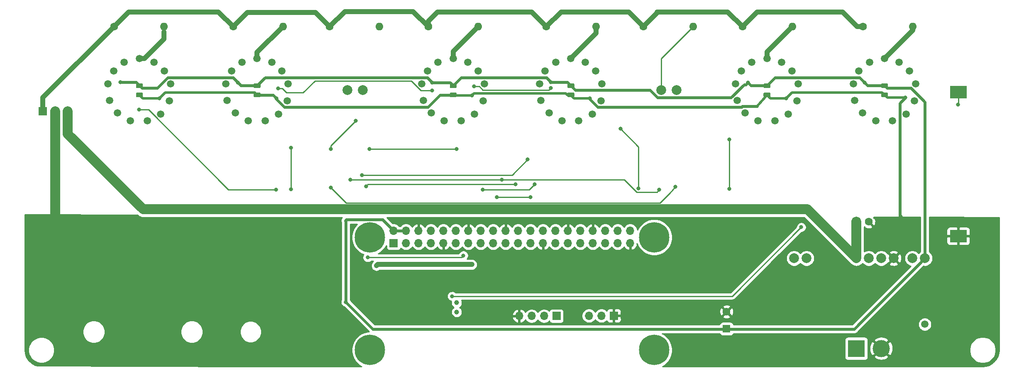
<source format=gbr>
G04 #@! TF.GenerationSoftware,KiCad,Pcbnew,5.1.5+dfsg1-2build2*
G04 #@! TF.CreationDate,2020-07-19T22:13:21-05:00*
G04 #@! TF.ProjectId,pi-nixie,70692d6e-6978-4696-952e-6b696361645f,rev?*
G04 #@! TF.SameCoordinates,Original*
G04 #@! TF.FileFunction,Copper,L2,Bot*
G04 #@! TF.FilePolarity,Positive*
%FSLAX46Y46*%
G04 Gerber Fmt 4.6, Leading zero omitted, Abs format (unit mm)*
G04 Created by KiCad (PCBNEW 5.1.5+dfsg1-2build2) date 2020-07-19 22:13:21*
%MOMM*%
%LPD*%
G04 APERTURE LIST*
%ADD10O,1.600000X1.600000*%
%ADD11C,1.600000*%
%ADD12R,1.600000X1.600000*%
%ADD13C,1.500000*%
%ADD14C,2.000000*%
%ADD15O,1.700000X1.700000*%
%ADD16R,1.700000X1.700000*%
%ADD17R,3.510000X2.540000*%
%ADD18C,3.500120*%
%ADD19R,3.500120X3.500120*%
%ADD20C,1.000000*%
%ADD21C,0.100000*%
%ADD22C,6.200000*%
%ADD23C,0.800000*%
%ADD24C,0.250000*%
%ADD25C,1.000000*%
%ADD26C,0.600000*%
%ADD27C,0.500000*%
%ADD28C,2.000000*%
%ADD29C,0.254000*%
G04 APERTURE END LIST*
D10*
X93080000Y-5000000D03*
D11*
X82920000Y-5000000D03*
X143750000Y-63175000D03*
D12*
X143750000Y-66675000D03*
D11*
X172725000Y-44825000D03*
D12*
X170225000Y-44825000D03*
D13*
X184200000Y-65735000D03*
D14*
X157530000Y-52275000D03*
X160070000Y-52275000D03*
X170230000Y-52275000D03*
X172770000Y-52275000D03*
X175310000Y-52275000D03*
X177850000Y-52275000D03*
X181660000Y-52275000D03*
X184200000Y-52275000D03*
D15*
X9380000Y-22300000D03*
X6840000Y-22300000D03*
D16*
X4300000Y-22300000D03*
D17*
X191025000Y-47755000D03*
X191025000Y-18395000D03*
D18*
X175305000Y-70675000D03*
D19*
X170225000Y-70675000D03*
D20*
X88700000Y-61350000D03*
X88700000Y-63250000D03*
D14*
X130412500Y-18000000D03*
X133587500Y-18000000D03*
X66412500Y-18000000D03*
X69587500Y-18000000D03*
D13*
X178978000Y-12275000D03*
X174178000Y-24213000D03*
X172896000Y-12248000D03*
X181080000Y-14063000D03*
X169607000Y-16693000D03*
X170768000Y-14027000D03*
X176000000Y-11523000D03*
X169911000Y-20063000D03*
X171531000Y-22594000D03*
X182120000Y-20154000D03*
X182350000Y-16730000D03*
X177621000Y-24243000D03*
X180348000Y-22846000D03*
X154978000Y-12275000D03*
X150178000Y-24213000D03*
X148896000Y-12248000D03*
X157080000Y-14063000D03*
X145607000Y-16693000D03*
X146768000Y-14027000D03*
X152000000Y-11523000D03*
X145911000Y-20063000D03*
X147531000Y-22594000D03*
X158120000Y-20154000D03*
X158350000Y-16730000D03*
X153621000Y-24243000D03*
X156348000Y-22846000D03*
X114978000Y-12275000D03*
X110178000Y-24213000D03*
X108896000Y-12248000D03*
X117080000Y-14063000D03*
X105607000Y-16693000D03*
X106768000Y-14027000D03*
X112000000Y-11523000D03*
X105911000Y-20063000D03*
X107531000Y-22594000D03*
X118120000Y-20154000D03*
X118350000Y-16730000D03*
X113621000Y-24243000D03*
X116348000Y-22846000D03*
X90978000Y-12275000D03*
X86178000Y-24213000D03*
X84896000Y-12248000D03*
X93080000Y-14063000D03*
X81607000Y-16693000D03*
X82768000Y-14027000D03*
X88000000Y-11523000D03*
X81911000Y-20063000D03*
X83531000Y-22594000D03*
X94120000Y-20154000D03*
X94350000Y-16730000D03*
X89621000Y-24243000D03*
X92348000Y-22846000D03*
X50978000Y-12275000D03*
X46178000Y-24213000D03*
X44896000Y-12248000D03*
X53080000Y-14063000D03*
X41607000Y-16693000D03*
X42768000Y-14027000D03*
X48000000Y-11523000D03*
X41911000Y-20063000D03*
X43531000Y-22594000D03*
X54120000Y-20154000D03*
X54350000Y-16730000D03*
X49621000Y-24243000D03*
X52348000Y-22846000D03*
X26978000Y-12275000D03*
X22178000Y-24213000D03*
X20896000Y-12248000D03*
X29080000Y-14063000D03*
X17607000Y-16693000D03*
X18768000Y-14027000D03*
X24000000Y-11523000D03*
X17911000Y-20063000D03*
X19531000Y-22594000D03*
X30120000Y-20154000D03*
X30350000Y-16730000D03*
X25621000Y-24243000D03*
X28348000Y-22846000D03*
D15*
X115695000Y-64000000D03*
X118235000Y-64000000D03*
D16*
X120775000Y-64000000D03*
D15*
X101455000Y-64050000D03*
X103995000Y-64050000D03*
X106535000Y-64050000D03*
D16*
X109075000Y-64050000D03*
G04 #@! TA.AperFunction,SMDPad,CuDef*
D21*
G36*
X176480142Y-18451174D02*
G01*
X176503803Y-18454684D01*
X176527007Y-18460496D01*
X176549529Y-18468554D01*
X176571153Y-18478782D01*
X176591670Y-18491079D01*
X176610883Y-18505329D01*
X176628607Y-18521393D01*
X176644671Y-18539117D01*
X176658921Y-18558330D01*
X176671218Y-18578847D01*
X176681446Y-18600471D01*
X176689504Y-18622993D01*
X176695316Y-18646197D01*
X176698826Y-18669858D01*
X176700000Y-18693750D01*
X176700000Y-19181250D01*
X176698826Y-19205142D01*
X176695316Y-19228803D01*
X176689504Y-19252007D01*
X176681446Y-19274529D01*
X176671218Y-19296153D01*
X176658921Y-19316670D01*
X176644671Y-19335883D01*
X176628607Y-19353607D01*
X176610883Y-19369671D01*
X176591670Y-19383921D01*
X176571153Y-19396218D01*
X176549529Y-19406446D01*
X176527007Y-19414504D01*
X176503803Y-19420316D01*
X176480142Y-19423826D01*
X176456250Y-19425000D01*
X175543750Y-19425000D01*
X175519858Y-19423826D01*
X175496197Y-19420316D01*
X175472993Y-19414504D01*
X175450471Y-19406446D01*
X175428847Y-19396218D01*
X175408330Y-19383921D01*
X175389117Y-19369671D01*
X175371393Y-19353607D01*
X175355329Y-19335883D01*
X175341079Y-19316670D01*
X175328782Y-19296153D01*
X175318554Y-19274529D01*
X175310496Y-19252007D01*
X175304684Y-19228803D01*
X175301174Y-19205142D01*
X175300000Y-19181250D01*
X175300000Y-18693750D01*
X175301174Y-18669858D01*
X175304684Y-18646197D01*
X175310496Y-18622993D01*
X175318554Y-18600471D01*
X175328782Y-18578847D01*
X175341079Y-18558330D01*
X175355329Y-18539117D01*
X175371393Y-18521393D01*
X175389117Y-18505329D01*
X175408330Y-18491079D01*
X175428847Y-18478782D01*
X175450471Y-18468554D01*
X175472993Y-18460496D01*
X175496197Y-18454684D01*
X175519858Y-18451174D01*
X175543750Y-18450000D01*
X176456250Y-18450000D01*
X176480142Y-18451174D01*
G37*
G04 #@! TD.AperFunction*
G04 #@! TA.AperFunction,SMDPad,CuDef*
G36*
X176480142Y-16576174D02*
G01*
X176503803Y-16579684D01*
X176527007Y-16585496D01*
X176549529Y-16593554D01*
X176571153Y-16603782D01*
X176591670Y-16616079D01*
X176610883Y-16630329D01*
X176628607Y-16646393D01*
X176644671Y-16664117D01*
X176658921Y-16683330D01*
X176671218Y-16703847D01*
X176681446Y-16725471D01*
X176689504Y-16747993D01*
X176695316Y-16771197D01*
X176698826Y-16794858D01*
X176700000Y-16818750D01*
X176700000Y-17306250D01*
X176698826Y-17330142D01*
X176695316Y-17353803D01*
X176689504Y-17377007D01*
X176681446Y-17399529D01*
X176671218Y-17421153D01*
X176658921Y-17441670D01*
X176644671Y-17460883D01*
X176628607Y-17478607D01*
X176610883Y-17494671D01*
X176591670Y-17508921D01*
X176571153Y-17521218D01*
X176549529Y-17531446D01*
X176527007Y-17539504D01*
X176503803Y-17545316D01*
X176480142Y-17548826D01*
X176456250Y-17550000D01*
X175543750Y-17550000D01*
X175519858Y-17548826D01*
X175496197Y-17545316D01*
X175472993Y-17539504D01*
X175450471Y-17531446D01*
X175428847Y-17521218D01*
X175408330Y-17508921D01*
X175389117Y-17494671D01*
X175371393Y-17478607D01*
X175355329Y-17460883D01*
X175341079Y-17441670D01*
X175328782Y-17421153D01*
X175318554Y-17399529D01*
X175310496Y-17377007D01*
X175304684Y-17353803D01*
X175301174Y-17330142D01*
X175300000Y-17306250D01*
X175300000Y-16818750D01*
X175301174Y-16794858D01*
X175304684Y-16771197D01*
X175310496Y-16747993D01*
X175318554Y-16725471D01*
X175328782Y-16703847D01*
X175341079Y-16683330D01*
X175355329Y-16664117D01*
X175371393Y-16646393D01*
X175389117Y-16630329D01*
X175408330Y-16616079D01*
X175428847Y-16603782D01*
X175450471Y-16593554D01*
X175472993Y-16585496D01*
X175496197Y-16579684D01*
X175519858Y-16576174D01*
X175543750Y-16575000D01*
X176456250Y-16575000D01*
X176480142Y-16576174D01*
G37*
G04 #@! TD.AperFunction*
G04 #@! TA.AperFunction,SMDPad,CuDef*
G36*
X152480142Y-18451174D02*
G01*
X152503803Y-18454684D01*
X152527007Y-18460496D01*
X152549529Y-18468554D01*
X152571153Y-18478782D01*
X152591670Y-18491079D01*
X152610883Y-18505329D01*
X152628607Y-18521393D01*
X152644671Y-18539117D01*
X152658921Y-18558330D01*
X152671218Y-18578847D01*
X152681446Y-18600471D01*
X152689504Y-18622993D01*
X152695316Y-18646197D01*
X152698826Y-18669858D01*
X152700000Y-18693750D01*
X152700000Y-19181250D01*
X152698826Y-19205142D01*
X152695316Y-19228803D01*
X152689504Y-19252007D01*
X152681446Y-19274529D01*
X152671218Y-19296153D01*
X152658921Y-19316670D01*
X152644671Y-19335883D01*
X152628607Y-19353607D01*
X152610883Y-19369671D01*
X152591670Y-19383921D01*
X152571153Y-19396218D01*
X152549529Y-19406446D01*
X152527007Y-19414504D01*
X152503803Y-19420316D01*
X152480142Y-19423826D01*
X152456250Y-19425000D01*
X151543750Y-19425000D01*
X151519858Y-19423826D01*
X151496197Y-19420316D01*
X151472993Y-19414504D01*
X151450471Y-19406446D01*
X151428847Y-19396218D01*
X151408330Y-19383921D01*
X151389117Y-19369671D01*
X151371393Y-19353607D01*
X151355329Y-19335883D01*
X151341079Y-19316670D01*
X151328782Y-19296153D01*
X151318554Y-19274529D01*
X151310496Y-19252007D01*
X151304684Y-19228803D01*
X151301174Y-19205142D01*
X151300000Y-19181250D01*
X151300000Y-18693750D01*
X151301174Y-18669858D01*
X151304684Y-18646197D01*
X151310496Y-18622993D01*
X151318554Y-18600471D01*
X151328782Y-18578847D01*
X151341079Y-18558330D01*
X151355329Y-18539117D01*
X151371393Y-18521393D01*
X151389117Y-18505329D01*
X151408330Y-18491079D01*
X151428847Y-18478782D01*
X151450471Y-18468554D01*
X151472993Y-18460496D01*
X151496197Y-18454684D01*
X151519858Y-18451174D01*
X151543750Y-18450000D01*
X152456250Y-18450000D01*
X152480142Y-18451174D01*
G37*
G04 #@! TD.AperFunction*
G04 #@! TA.AperFunction,SMDPad,CuDef*
G36*
X152480142Y-16576174D02*
G01*
X152503803Y-16579684D01*
X152527007Y-16585496D01*
X152549529Y-16593554D01*
X152571153Y-16603782D01*
X152591670Y-16616079D01*
X152610883Y-16630329D01*
X152628607Y-16646393D01*
X152644671Y-16664117D01*
X152658921Y-16683330D01*
X152671218Y-16703847D01*
X152681446Y-16725471D01*
X152689504Y-16747993D01*
X152695316Y-16771197D01*
X152698826Y-16794858D01*
X152700000Y-16818750D01*
X152700000Y-17306250D01*
X152698826Y-17330142D01*
X152695316Y-17353803D01*
X152689504Y-17377007D01*
X152681446Y-17399529D01*
X152671218Y-17421153D01*
X152658921Y-17441670D01*
X152644671Y-17460883D01*
X152628607Y-17478607D01*
X152610883Y-17494671D01*
X152591670Y-17508921D01*
X152571153Y-17521218D01*
X152549529Y-17531446D01*
X152527007Y-17539504D01*
X152503803Y-17545316D01*
X152480142Y-17548826D01*
X152456250Y-17550000D01*
X151543750Y-17550000D01*
X151519858Y-17548826D01*
X151496197Y-17545316D01*
X151472993Y-17539504D01*
X151450471Y-17531446D01*
X151428847Y-17521218D01*
X151408330Y-17508921D01*
X151389117Y-17494671D01*
X151371393Y-17478607D01*
X151355329Y-17460883D01*
X151341079Y-17441670D01*
X151328782Y-17421153D01*
X151318554Y-17399529D01*
X151310496Y-17377007D01*
X151304684Y-17353803D01*
X151301174Y-17330142D01*
X151300000Y-17306250D01*
X151300000Y-16818750D01*
X151301174Y-16794858D01*
X151304684Y-16771197D01*
X151310496Y-16747993D01*
X151318554Y-16725471D01*
X151328782Y-16703847D01*
X151341079Y-16683330D01*
X151355329Y-16664117D01*
X151371393Y-16646393D01*
X151389117Y-16630329D01*
X151408330Y-16616079D01*
X151428847Y-16603782D01*
X151450471Y-16593554D01*
X151472993Y-16585496D01*
X151496197Y-16579684D01*
X151519858Y-16576174D01*
X151543750Y-16575000D01*
X152456250Y-16575000D01*
X152480142Y-16576174D01*
G37*
G04 #@! TD.AperFunction*
G04 #@! TA.AperFunction,SMDPad,CuDef*
G36*
X112480142Y-18451174D02*
G01*
X112503803Y-18454684D01*
X112527007Y-18460496D01*
X112549529Y-18468554D01*
X112571153Y-18478782D01*
X112591670Y-18491079D01*
X112610883Y-18505329D01*
X112628607Y-18521393D01*
X112644671Y-18539117D01*
X112658921Y-18558330D01*
X112671218Y-18578847D01*
X112681446Y-18600471D01*
X112689504Y-18622993D01*
X112695316Y-18646197D01*
X112698826Y-18669858D01*
X112700000Y-18693750D01*
X112700000Y-19181250D01*
X112698826Y-19205142D01*
X112695316Y-19228803D01*
X112689504Y-19252007D01*
X112681446Y-19274529D01*
X112671218Y-19296153D01*
X112658921Y-19316670D01*
X112644671Y-19335883D01*
X112628607Y-19353607D01*
X112610883Y-19369671D01*
X112591670Y-19383921D01*
X112571153Y-19396218D01*
X112549529Y-19406446D01*
X112527007Y-19414504D01*
X112503803Y-19420316D01*
X112480142Y-19423826D01*
X112456250Y-19425000D01*
X111543750Y-19425000D01*
X111519858Y-19423826D01*
X111496197Y-19420316D01*
X111472993Y-19414504D01*
X111450471Y-19406446D01*
X111428847Y-19396218D01*
X111408330Y-19383921D01*
X111389117Y-19369671D01*
X111371393Y-19353607D01*
X111355329Y-19335883D01*
X111341079Y-19316670D01*
X111328782Y-19296153D01*
X111318554Y-19274529D01*
X111310496Y-19252007D01*
X111304684Y-19228803D01*
X111301174Y-19205142D01*
X111300000Y-19181250D01*
X111300000Y-18693750D01*
X111301174Y-18669858D01*
X111304684Y-18646197D01*
X111310496Y-18622993D01*
X111318554Y-18600471D01*
X111328782Y-18578847D01*
X111341079Y-18558330D01*
X111355329Y-18539117D01*
X111371393Y-18521393D01*
X111389117Y-18505329D01*
X111408330Y-18491079D01*
X111428847Y-18478782D01*
X111450471Y-18468554D01*
X111472993Y-18460496D01*
X111496197Y-18454684D01*
X111519858Y-18451174D01*
X111543750Y-18450000D01*
X112456250Y-18450000D01*
X112480142Y-18451174D01*
G37*
G04 #@! TD.AperFunction*
G04 #@! TA.AperFunction,SMDPad,CuDef*
G36*
X112480142Y-16576174D02*
G01*
X112503803Y-16579684D01*
X112527007Y-16585496D01*
X112549529Y-16593554D01*
X112571153Y-16603782D01*
X112591670Y-16616079D01*
X112610883Y-16630329D01*
X112628607Y-16646393D01*
X112644671Y-16664117D01*
X112658921Y-16683330D01*
X112671218Y-16703847D01*
X112681446Y-16725471D01*
X112689504Y-16747993D01*
X112695316Y-16771197D01*
X112698826Y-16794858D01*
X112700000Y-16818750D01*
X112700000Y-17306250D01*
X112698826Y-17330142D01*
X112695316Y-17353803D01*
X112689504Y-17377007D01*
X112681446Y-17399529D01*
X112671218Y-17421153D01*
X112658921Y-17441670D01*
X112644671Y-17460883D01*
X112628607Y-17478607D01*
X112610883Y-17494671D01*
X112591670Y-17508921D01*
X112571153Y-17521218D01*
X112549529Y-17531446D01*
X112527007Y-17539504D01*
X112503803Y-17545316D01*
X112480142Y-17548826D01*
X112456250Y-17550000D01*
X111543750Y-17550000D01*
X111519858Y-17548826D01*
X111496197Y-17545316D01*
X111472993Y-17539504D01*
X111450471Y-17531446D01*
X111428847Y-17521218D01*
X111408330Y-17508921D01*
X111389117Y-17494671D01*
X111371393Y-17478607D01*
X111355329Y-17460883D01*
X111341079Y-17441670D01*
X111328782Y-17421153D01*
X111318554Y-17399529D01*
X111310496Y-17377007D01*
X111304684Y-17353803D01*
X111301174Y-17330142D01*
X111300000Y-17306250D01*
X111300000Y-16818750D01*
X111301174Y-16794858D01*
X111304684Y-16771197D01*
X111310496Y-16747993D01*
X111318554Y-16725471D01*
X111328782Y-16703847D01*
X111341079Y-16683330D01*
X111355329Y-16664117D01*
X111371393Y-16646393D01*
X111389117Y-16630329D01*
X111408330Y-16616079D01*
X111428847Y-16603782D01*
X111450471Y-16593554D01*
X111472993Y-16585496D01*
X111496197Y-16579684D01*
X111519858Y-16576174D01*
X111543750Y-16575000D01*
X112456250Y-16575000D01*
X112480142Y-16576174D01*
G37*
G04 #@! TD.AperFunction*
G04 #@! TA.AperFunction,SMDPad,CuDef*
G36*
X88480142Y-18451174D02*
G01*
X88503803Y-18454684D01*
X88527007Y-18460496D01*
X88549529Y-18468554D01*
X88571153Y-18478782D01*
X88591670Y-18491079D01*
X88610883Y-18505329D01*
X88628607Y-18521393D01*
X88644671Y-18539117D01*
X88658921Y-18558330D01*
X88671218Y-18578847D01*
X88681446Y-18600471D01*
X88689504Y-18622993D01*
X88695316Y-18646197D01*
X88698826Y-18669858D01*
X88700000Y-18693750D01*
X88700000Y-19181250D01*
X88698826Y-19205142D01*
X88695316Y-19228803D01*
X88689504Y-19252007D01*
X88681446Y-19274529D01*
X88671218Y-19296153D01*
X88658921Y-19316670D01*
X88644671Y-19335883D01*
X88628607Y-19353607D01*
X88610883Y-19369671D01*
X88591670Y-19383921D01*
X88571153Y-19396218D01*
X88549529Y-19406446D01*
X88527007Y-19414504D01*
X88503803Y-19420316D01*
X88480142Y-19423826D01*
X88456250Y-19425000D01*
X87543750Y-19425000D01*
X87519858Y-19423826D01*
X87496197Y-19420316D01*
X87472993Y-19414504D01*
X87450471Y-19406446D01*
X87428847Y-19396218D01*
X87408330Y-19383921D01*
X87389117Y-19369671D01*
X87371393Y-19353607D01*
X87355329Y-19335883D01*
X87341079Y-19316670D01*
X87328782Y-19296153D01*
X87318554Y-19274529D01*
X87310496Y-19252007D01*
X87304684Y-19228803D01*
X87301174Y-19205142D01*
X87300000Y-19181250D01*
X87300000Y-18693750D01*
X87301174Y-18669858D01*
X87304684Y-18646197D01*
X87310496Y-18622993D01*
X87318554Y-18600471D01*
X87328782Y-18578847D01*
X87341079Y-18558330D01*
X87355329Y-18539117D01*
X87371393Y-18521393D01*
X87389117Y-18505329D01*
X87408330Y-18491079D01*
X87428847Y-18478782D01*
X87450471Y-18468554D01*
X87472993Y-18460496D01*
X87496197Y-18454684D01*
X87519858Y-18451174D01*
X87543750Y-18450000D01*
X88456250Y-18450000D01*
X88480142Y-18451174D01*
G37*
G04 #@! TD.AperFunction*
G04 #@! TA.AperFunction,SMDPad,CuDef*
G36*
X88480142Y-16576174D02*
G01*
X88503803Y-16579684D01*
X88527007Y-16585496D01*
X88549529Y-16593554D01*
X88571153Y-16603782D01*
X88591670Y-16616079D01*
X88610883Y-16630329D01*
X88628607Y-16646393D01*
X88644671Y-16664117D01*
X88658921Y-16683330D01*
X88671218Y-16703847D01*
X88681446Y-16725471D01*
X88689504Y-16747993D01*
X88695316Y-16771197D01*
X88698826Y-16794858D01*
X88700000Y-16818750D01*
X88700000Y-17306250D01*
X88698826Y-17330142D01*
X88695316Y-17353803D01*
X88689504Y-17377007D01*
X88681446Y-17399529D01*
X88671218Y-17421153D01*
X88658921Y-17441670D01*
X88644671Y-17460883D01*
X88628607Y-17478607D01*
X88610883Y-17494671D01*
X88591670Y-17508921D01*
X88571153Y-17521218D01*
X88549529Y-17531446D01*
X88527007Y-17539504D01*
X88503803Y-17545316D01*
X88480142Y-17548826D01*
X88456250Y-17550000D01*
X87543750Y-17550000D01*
X87519858Y-17548826D01*
X87496197Y-17545316D01*
X87472993Y-17539504D01*
X87450471Y-17531446D01*
X87428847Y-17521218D01*
X87408330Y-17508921D01*
X87389117Y-17494671D01*
X87371393Y-17478607D01*
X87355329Y-17460883D01*
X87341079Y-17441670D01*
X87328782Y-17421153D01*
X87318554Y-17399529D01*
X87310496Y-17377007D01*
X87304684Y-17353803D01*
X87301174Y-17330142D01*
X87300000Y-17306250D01*
X87300000Y-16818750D01*
X87301174Y-16794858D01*
X87304684Y-16771197D01*
X87310496Y-16747993D01*
X87318554Y-16725471D01*
X87328782Y-16703847D01*
X87341079Y-16683330D01*
X87355329Y-16664117D01*
X87371393Y-16646393D01*
X87389117Y-16630329D01*
X87408330Y-16616079D01*
X87428847Y-16603782D01*
X87450471Y-16593554D01*
X87472993Y-16585496D01*
X87496197Y-16579684D01*
X87519858Y-16576174D01*
X87543750Y-16575000D01*
X88456250Y-16575000D01*
X88480142Y-16576174D01*
G37*
G04 #@! TD.AperFunction*
G04 #@! TA.AperFunction,SMDPad,CuDef*
G36*
X48480142Y-18451174D02*
G01*
X48503803Y-18454684D01*
X48527007Y-18460496D01*
X48549529Y-18468554D01*
X48571153Y-18478782D01*
X48591670Y-18491079D01*
X48610883Y-18505329D01*
X48628607Y-18521393D01*
X48644671Y-18539117D01*
X48658921Y-18558330D01*
X48671218Y-18578847D01*
X48681446Y-18600471D01*
X48689504Y-18622993D01*
X48695316Y-18646197D01*
X48698826Y-18669858D01*
X48700000Y-18693750D01*
X48700000Y-19181250D01*
X48698826Y-19205142D01*
X48695316Y-19228803D01*
X48689504Y-19252007D01*
X48681446Y-19274529D01*
X48671218Y-19296153D01*
X48658921Y-19316670D01*
X48644671Y-19335883D01*
X48628607Y-19353607D01*
X48610883Y-19369671D01*
X48591670Y-19383921D01*
X48571153Y-19396218D01*
X48549529Y-19406446D01*
X48527007Y-19414504D01*
X48503803Y-19420316D01*
X48480142Y-19423826D01*
X48456250Y-19425000D01*
X47543750Y-19425000D01*
X47519858Y-19423826D01*
X47496197Y-19420316D01*
X47472993Y-19414504D01*
X47450471Y-19406446D01*
X47428847Y-19396218D01*
X47408330Y-19383921D01*
X47389117Y-19369671D01*
X47371393Y-19353607D01*
X47355329Y-19335883D01*
X47341079Y-19316670D01*
X47328782Y-19296153D01*
X47318554Y-19274529D01*
X47310496Y-19252007D01*
X47304684Y-19228803D01*
X47301174Y-19205142D01*
X47300000Y-19181250D01*
X47300000Y-18693750D01*
X47301174Y-18669858D01*
X47304684Y-18646197D01*
X47310496Y-18622993D01*
X47318554Y-18600471D01*
X47328782Y-18578847D01*
X47341079Y-18558330D01*
X47355329Y-18539117D01*
X47371393Y-18521393D01*
X47389117Y-18505329D01*
X47408330Y-18491079D01*
X47428847Y-18478782D01*
X47450471Y-18468554D01*
X47472993Y-18460496D01*
X47496197Y-18454684D01*
X47519858Y-18451174D01*
X47543750Y-18450000D01*
X48456250Y-18450000D01*
X48480142Y-18451174D01*
G37*
G04 #@! TD.AperFunction*
G04 #@! TA.AperFunction,SMDPad,CuDef*
G36*
X48480142Y-16576174D02*
G01*
X48503803Y-16579684D01*
X48527007Y-16585496D01*
X48549529Y-16593554D01*
X48571153Y-16603782D01*
X48591670Y-16616079D01*
X48610883Y-16630329D01*
X48628607Y-16646393D01*
X48644671Y-16664117D01*
X48658921Y-16683330D01*
X48671218Y-16703847D01*
X48681446Y-16725471D01*
X48689504Y-16747993D01*
X48695316Y-16771197D01*
X48698826Y-16794858D01*
X48700000Y-16818750D01*
X48700000Y-17306250D01*
X48698826Y-17330142D01*
X48695316Y-17353803D01*
X48689504Y-17377007D01*
X48681446Y-17399529D01*
X48671218Y-17421153D01*
X48658921Y-17441670D01*
X48644671Y-17460883D01*
X48628607Y-17478607D01*
X48610883Y-17494671D01*
X48591670Y-17508921D01*
X48571153Y-17521218D01*
X48549529Y-17531446D01*
X48527007Y-17539504D01*
X48503803Y-17545316D01*
X48480142Y-17548826D01*
X48456250Y-17550000D01*
X47543750Y-17550000D01*
X47519858Y-17548826D01*
X47496197Y-17545316D01*
X47472993Y-17539504D01*
X47450471Y-17531446D01*
X47428847Y-17521218D01*
X47408330Y-17508921D01*
X47389117Y-17494671D01*
X47371393Y-17478607D01*
X47355329Y-17460883D01*
X47341079Y-17441670D01*
X47328782Y-17421153D01*
X47318554Y-17399529D01*
X47310496Y-17377007D01*
X47304684Y-17353803D01*
X47301174Y-17330142D01*
X47300000Y-17306250D01*
X47300000Y-16818750D01*
X47301174Y-16794858D01*
X47304684Y-16771197D01*
X47310496Y-16747993D01*
X47318554Y-16725471D01*
X47328782Y-16703847D01*
X47341079Y-16683330D01*
X47355329Y-16664117D01*
X47371393Y-16646393D01*
X47389117Y-16630329D01*
X47408330Y-16616079D01*
X47428847Y-16603782D01*
X47450471Y-16593554D01*
X47472993Y-16585496D01*
X47496197Y-16579684D01*
X47519858Y-16576174D01*
X47543750Y-16575000D01*
X48456250Y-16575000D01*
X48480142Y-16576174D01*
G37*
G04 #@! TD.AperFunction*
G04 #@! TA.AperFunction,SMDPad,CuDef*
G36*
X24480142Y-18451174D02*
G01*
X24503803Y-18454684D01*
X24527007Y-18460496D01*
X24549529Y-18468554D01*
X24571153Y-18478782D01*
X24591670Y-18491079D01*
X24610883Y-18505329D01*
X24628607Y-18521393D01*
X24644671Y-18539117D01*
X24658921Y-18558330D01*
X24671218Y-18578847D01*
X24681446Y-18600471D01*
X24689504Y-18622993D01*
X24695316Y-18646197D01*
X24698826Y-18669858D01*
X24700000Y-18693750D01*
X24700000Y-19181250D01*
X24698826Y-19205142D01*
X24695316Y-19228803D01*
X24689504Y-19252007D01*
X24681446Y-19274529D01*
X24671218Y-19296153D01*
X24658921Y-19316670D01*
X24644671Y-19335883D01*
X24628607Y-19353607D01*
X24610883Y-19369671D01*
X24591670Y-19383921D01*
X24571153Y-19396218D01*
X24549529Y-19406446D01*
X24527007Y-19414504D01*
X24503803Y-19420316D01*
X24480142Y-19423826D01*
X24456250Y-19425000D01*
X23543750Y-19425000D01*
X23519858Y-19423826D01*
X23496197Y-19420316D01*
X23472993Y-19414504D01*
X23450471Y-19406446D01*
X23428847Y-19396218D01*
X23408330Y-19383921D01*
X23389117Y-19369671D01*
X23371393Y-19353607D01*
X23355329Y-19335883D01*
X23341079Y-19316670D01*
X23328782Y-19296153D01*
X23318554Y-19274529D01*
X23310496Y-19252007D01*
X23304684Y-19228803D01*
X23301174Y-19205142D01*
X23300000Y-19181250D01*
X23300000Y-18693750D01*
X23301174Y-18669858D01*
X23304684Y-18646197D01*
X23310496Y-18622993D01*
X23318554Y-18600471D01*
X23328782Y-18578847D01*
X23341079Y-18558330D01*
X23355329Y-18539117D01*
X23371393Y-18521393D01*
X23389117Y-18505329D01*
X23408330Y-18491079D01*
X23428847Y-18478782D01*
X23450471Y-18468554D01*
X23472993Y-18460496D01*
X23496197Y-18454684D01*
X23519858Y-18451174D01*
X23543750Y-18450000D01*
X24456250Y-18450000D01*
X24480142Y-18451174D01*
G37*
G04 #@! TD.AperFunction*
G04 #@! TA.AperFunction,SMDPad,CuDef*
G36*
X24480142Y-16576174D02*
G01*
X24503803Y-16579684D01*
X24527007Y-16585496D01*
X24549529Y-16593554D01*
X24571153Y-16603782D01*
X24591670Y-16616079D01*
X24610883Y-16630329D01*
X24628607Y-16646393D01*
X24644671Y-16664117D01*
X24658921Y-16683330D01*
X24671218Y-16703847D01*
X24681446Y-16725471D01*
X24689504Y-16747993D01*
X24695316Y-16771197D01*
X24698826Y-16794858D01*
X24700000Y-16818750D01*
X24700000Y-17306250D01*
X24698826Y-17330142D01*
X24695316Y-17353803D01*
X24689504Y-17377007D01*
X24681446Y-17399529D01*
X24671218Y-17421153D01*
X24658921Y-17441670D01*
X24644671Y-17460883D01*
X24628607Y-17478607D01*
X24610883Y-17494671D01*
X24591670Y-17508921D01*
X24571153Y-17521218D01*
X24549529Y-17531446D01*
X24527007Y-17539504D01*
X24503803Y-17545316D01*
X24480142Y-17548826D01*
X24456250Y-17550000D01*
X23543750Y-17550000D01*
X23519858Y-17548826D01*
X23496197Y-17545316D01*
X23472993Y-17539504D01*
X23450471Y-17531446D01*
X23428847Y-17521218D01*
X23408330Y-17508921D01*
X23389117Y-17494671D01*
X23371393Y-17478607D01*
X23355329Y-17460883D01*
X23341079Y-17441670D01*
X23328782Y-17421153D01*
X23318554Y-17399529D01*
X23310496Y-17377007D01*
X23304684Y-17353803D01*
X23301174Y-17330142D01*
X23300000Y-17306250D01*
X23300000Y-16818750D01*
X23301174Y-16794858D01*
X23304684Y-16771197D01*
X23310496Y-16747993D01*
X23318554Y-16725471D01*
X23328782Y-16703847D01*
X23341079Y-16683330D01*
X23355329Y-16664117D01*
X23371393Y-16646393D01*
X23389117Y-16630329D01*
X23408330Y-16616079D01*
X23428847Y-16603782D01*
X23450471Y-16593554D01*
X23472993Y-16585496D01*
X23496197Y-16579684D01*
X23519858Y-16576174D01*
X23543750Y-16575000D01*
X24456250Y-16575000D01*
X24480142Y-16576174D01*
G37*
G04 #@! TD.AperFunction*
D22*
X71000000Y-71000000D03*
X129000000Y-71000000D03*
X129000000Y-48000000D03*
X71000000Y-48000000D03*
D15*
X124100000Y-46650000D03*
X124100000Y-49190000D03*
X121560000Y-46650000D03*
X121560000Y-49190000D03*
X119020000Y-46650000D03*
X119020000Y-49190000D03*
X116480000Y-46650000D03*
X116480000Y-49190000D03*
X113940000Y-46650000D03*
X113940000Y-49190000D03*
X111400000Y-46650000D03*
X111400000Y-49190000D03*
X108860000Y-46650000D03*
X108860000Y-49190000D03*
X106320000Y-46650000D03*
X106320000Y-49190000D03*
X103780000Y-46650000D03*
X103780000Y-49190000D03*
X101240000Y-46650000D03*
X101240000Y-49190000D03*
X98700000Y-46650000D03*
X98700000Y-49190000D03*
X96160000Y-46650000D03*
X96160000Y-49190000D03*
X93620000Y-46650000D03*
X93620000Y-49190000D03*
X91080000Y-46650000D03*
X91080000Y-49190000D03*
X88540000Y-46650000D03*
X88540000Y-49190000D03*
X86000000Y-46650000D03*
X86000000Y-49190000D03*
X83460000Y-46650000D03*
X83460000Y-49190000D03*
X80920000Y-46650000D03*
X80920000Y-49190000D03*
X78380000Y-46650000D03*
X78380000Y-49190000D03*
X75840000Y-46650000D03*
D16*
X75840000Y-49190000D03*
D10*
X181770000Y-5000000D03*
D11*
X171610000Y-5000000D03*
D10*
X157170000Y-5000000D03*
D11*
X147010000Y-5000000D03*
D10*
X53270000Y-5000000D03*
D11*
X43110000Y-5000000D03*
D10*
X117170000Y-5000000D03*
D11*
X107010000Y-5000000D03*
D10*
X136970000Y-5000000D03*
D11*
X126810000Y-5000000D03*
D10*
X72970000Y-5000000D03*
D11*
X62810000Y-5000000D03*
D10*
X28970000Y-5000000D03*
D11*
X18810000Y-5000000D03*
D23*
X66100000Y-61200000D03*
X148110000Y-16420000D03*
X171910000Y-16420000D03*
X83710000Y-16420000D03*
X107910000Y-16320000D03*
X44110000Y-16420000D03*
X20070539Y-16380539D03*
X54200000Y-70300000D03*
X115910000Y-19620000D03*
X155910000Y-19620000D03*
X180210000Y-19520000D03*
X51910000Y-19620000D03*
X28110000Y-19620000D03*
X91823999Y-19033999D03*
X54850000Y-45950000D03*
X87750000Y-58800000D03*
X179250000Y-43775000D03*
X51850000Y-38250000D03*
X23900000Y-21975000D03*
X83710000Y-18020000D03*
X52310000Y-17620000D03*
X107910000Y-17520000D03*
X92210000Y-17220000D03*
X130010000Y-38320000D03*
X67010000Y-36220000D03*
X97880000Y-36220000D03*
X100700000Y-37200000D03*
X70200000Y-37600000D03*
X103200000Y-32100000D03*
X69400000Y-35300000D03*
X131600000Y-42300000D03*
X106300000Y-42300000D03*
X68600000Y-42300000D03*
X128300000Y-42300000D03*
X63087500Y-41837500D03*
X140412500Y-42287500D03*
X96900000Y-39800000D03*
X103800000Y-39800000D03*
X94000000Y-38300000D03*
X104600000Y-37200000D03*
X91800000Y-53550000D03*
X72352500Y-53777500D03*
X90075000Y-51700000D03*
X70550000Y-52100000D03*
X54910000Y-38220000D03*
X54910000Y-29720000D03*
X68110000Y-24220000D03*
X63010000Y-30020000D03*
X88710000Y-30020000D03*
X70910000Y-30020000D03*
X122110000Y-25820000D03*
X125810000Y-38020000D03*
X144310000Y-28000000D03*
X144310000Y-38120000D03*
X133310000Y-37720000D03*
X63010000Y-37820000D03*
X190950000Y-20900000D03*
X87775000Y-60000000D03*
X159000000Y-45925000D03*
D24*
X130412500Y-11557500D02*
X136970000Y-5000000D01*
X130412500Y-18000000D02*
X130412500Y-11557500D01*
D25*
X170390000Y-5000000D02*
X167410000Y-2020000D01*
X171610000Y-5000000D02*
X170390000Y-5000000D01*
X167410000Y-2020000D02*
X150090000Y-2000000D01*
X167398630Y-2000000D02*
X167410000Y-2020000D01*
X150010000Y-2000000D02*
X150090000Y-2000000D01*
X147010000Y-5000000D02*
X150010000Y-2000000D01*
X144010000Y-2000000D02*
X143710000Y-2000000D01*
X147010000Y-5000000D02*
X144010000Y-2000000D01*
X126810000Y-5000000D02*
X129710000Y-2100000D01*
X129710000Y-2020000D02*
X129590000Y-2000000D01*
X143710000Y-2000000D02*
X129710000Y-2020000D01*
X107010000Y-5000000D02*
X104010000Y-2000000D01*
X62810000Y-5000000D02*
X59930000Y-2120000D01*
X45990000Y-2120000D02*
X43110000Y-5000000D01*
X59930000Y-2120000D02*
X45990000Y-2120000D01*
X43110000Y-5000000D02*
X40130000Y-2020000D01*
X21790000Y-2020000D02*
X18810000Y-5000000D01*
X40130000Y-2020000D02*
X21790000Y-2020000D01*
X123830000Y-2020000D02*
X126810000Y-5000000D01*
X109990000Y-2020000D02*
X123830000Y-2020000D01*
X107010000Y-5000000D02*
X109990000Y-2020000D01*
X4300000Y-19510000D02*
X18810000Y-5000000D01*
X4300000Y-22300000D02*
X4300000Y-19510000D01*
X65890000Y-1920000D02*
X79840000Y-1920000D01*
X79840000Y-1920000D02*
X82920000Y-5000000D01*
X62810000Y-5000000D02*
X65890000Y-1920000D01*
X82920000Y-3868630D02*
X84788630Y-2000000D01*
X84788630Y-2000000D02*
X104010000Y-2000000D01*
X82920000Y-5000000D02*
X82920000Y-3868630D01*
D26*
X23318039Y-16380539D02*
X24000000Y-17062500D01*
X44110000Y-16420000D02*
X44685001Y-16995001D01*
X87357500Y-16420000D02*
X88000000Y-17062500D01*
X83710000Y-16420000D02*
X87357500Y-16420000D01*
X172552500Y-17062500D02*
X171910000Y-16420000D01*
X176000000Y-17062500D02*
X172552500Y-17062500D01*
X148752500Y-17062500D02*
X148110000Y-16420000D01*
X152000000Y-17062500D02*
X148752500Y-17062500D01*
X44752500Y-17062500D02*
X44110000Y-16420000D01*
X48000000Y-17062500D02*
X44752500Y-17062500D01*
X43132999Y-15442999D02*
X44110000Y-16420000D01*
X24000000Y-17062500D02*
X24485527Y-17548027D01*
X48000000Y-17062500D02*
X49619501Y-15442999D01*
X111257500Y-16320000D02*
X112000000Y-17062500D01*
X107910000Y-16320000D02*
X111257500Y-16320000D01*
X29786999Y-15442999D02*
X43132999Y-15442999D01*
X27681971Y-17548027D02*
X29786999Y-15442999D01*
X24485527Y-17548027D02*
X27681971Y-17548027D01*
X82732999Y-15442999D02*
X49619501Y-15442999D01*
X83710000Y-16420000D02*
X82732999Y-15442999D01*
X147341001Y-16819999D02*
X147710001Y-16819999D01*
X144660999Y-19500001D02*
X147341001Y-16819999D01*
X129692499Y-19500001D02*
X144660999Y-19500001D01*
X128172499Y-17980001D02*
X129692499Y-19500001D01*
X147710001Y-16819999D02*
X148110000Y-16420000D01*
X112917501Y-17980001D02*
X128172499Y-17980001D01*
X112000000Y-17062500D02*
X112917501Y-17980001D01*
X170932999Y-15442999D02*
X171910000Y-16420000D01*
X153619501Y-15442999D02*
X170932999Y-15442999D01*
X152000000Y-17062500D02*
X153619501Y-15442999D01*
X107032999Y-15442999D02*
X107910000Y-16320000D01*
X89619501Y-15442999D02*
X107032999Y-15442999D01*
X88000000Y-17062500D02*
X89619501Y-15442999D01*
X78380000Y-46650000D02*
X75840000Y-46650000D01*
X66100000Y-44700000D02*
X66000000Y-44600000D01*
X66100000Y-61200000D02*
X66100000Y-44700000D01*
X66200001Y-44399999D02*
X66000000Y-44600000D01*
X73589999Y-44399999D02*
X66200001Y-44399999D01*
X75840000Y-46650000D02*
X73589999Y-44399999D01*
X169775000Y-66700000D02*
X184200000Y-52275000D01*
X71600000Y-66700000D02*
X169775000Y-66700000D01*
X66100000Y-61200000D02*
X71600000Y-66700000D01*
X184200000Y-20383998D02*
X184200000Y-52275000D01*
X181364029Y-17548027D02*
X184200000Y-20383998D01*
X176485527Y-17548027D02*
X181364029Y-17548027D01*
X176000000Y-17062500D02*
X176485527Y-17548027D01*
X20070539Y-16380539D02*
X23318039Y-16380539D01*
D27*
X157078027Y-18451973D02*
X155910000Y-19620000D01*
X175514473Y-18451973D02*
X157078027Y-18451973D01*
X176000000Y-18937500D02*
X175514473Y-18451973D01*
X152682500Y-19620000D02*
X152000000Y-18937500D01*
X155910000Y-19620000D02*
X152682500Y-19620000D01*
X92223998Y-18634000D02*
X91823999Y-19033999D01*
X110996500Y-18634000D02*
X92223998Y-18634000D01*
X111300000Y-18937500D02*
X110996500Y-18634000D01*
X112000000Y-18937500D02*
X111300000Y-18937500D01*
X112682500Y-19620000D02*
X112000000Y-18937500D01*
X115910000Y-19620000D02*
X112682500Y-19620000D01*
X29278027Y-18451973D02*
X28110000Y-19620000D01*
X47514473Y-18451973D02*
X29278027Y-18451973D01*
X48000000Y-18937500D02*
X47514473Y-18451973D01*
X24682500Y-19620000D02*
X24000000Y-18937500D01*
X28110000Y-19620000D02*
X24682500Y-19620000D01*
X88096499Y-19033999D02*
X88000000Y-18937500D01*
X91823999Y-19033999D02*
X88096499Y-19033999D01*
X176582500Y-19520000D02*
X176000000Y-18937500D01*
X180210000Y-19520000D02*
X176582500Y-19520000D01*
D26*
X146870997Y-21404001D02*
X146974998Y-21300000D01*
X115910000Y-19620000D02*
X115910000Y-19794002D01*
X146974998Y-21300000D02*
X150000000Y-21300000D01*
X117519999Y-21404001D02*
X146870997Y-21404001D01*
X115910000Y-19794002D02*
X117519999Y-21404001D01*
D27*
X150000000Y-21300000D02*
X152000000Y-18937500D01*
X149629499Y-21308001D02*
X150000000Y-21300000D01*
D26*
X51227500Y-18937500D02*
X51910000Y-19620000D01*
X48000000Y-18937500D02*
X51227500Y-18937500D01*
X87300000Y-18937500D02*
X88000000Y-18937500D01*
X85337498Y-18937500D02*
X87300000Y-18937500D01*
X82870997Y-21404001D02*
X85337498Y-18937500D01*
X53519999Y-21404001D02*
X82870997Y-21404001D01*
X51910000Y-19794002D02*
X53519999Y-21404001D01*
X51910000Y-19620000D02*
X51910000Y-19794002D01*
X180210000Y-19520000D02*
X179097999Y-20632001D01*
X179097999Y-20632001D02*
X179097999Y-46627001D01*
D28*
X6840000Y-22300000D02*
X6840000Y-46865000D01*
D24*
X42160998Y-38250000D02*
X51850000Y-38250000D01*
X25885998Y-21975000D02*
X42160998Y-38250000D01*
X23900000Y-21975000D02*
X25885998Y-21975000D01*
X53108922Y-17620000D02*
X53988922Y-18500000D01*
X52310000Y-17620000D02*
X53108922Y-17620000D01*
X57400000Y-18500000D02*
X59785991Y-16114009D01*
X53988922Y-18500000D02*
X57400000Y-18500000D01*
X83144315Y-18020000D02*
X83710000Y-18020000D01*
X59785991Y-16114009D02*
X79505087Y-16114009D01*
X81411078Y-18020000D02*
X83710000Y-18020000D01*
X79505087Y-16114009D02*
X81411078Y-18020000D01*
X94017077Y-17919999D02*
X107510001Y-17919999D01*
X93317078Y-17220000D02*
X94017077Y-17919999D01*
X107510001Y-17919999D02*
X107910000Y-17520000D01*
X92210000Y-17220000D02*
X93317078Y-17220000D01*
X129584999Y-38745001D02*
X130010000Y-38320000D01*
X125461999Y-38745001D02*
X129584999Y-38745001D01*
X122936998Y-36220000D02*
X125461999Y-38745001D01*
X67010000Y-36220000D02*
X97880000Y-36220000D01*
X97880000Y-36220000D02*
X122936998Y-36220000D01*
X100134315Y-37200000D02*
X100700000Y-37200000D01*
X70599999Y-37200001D02*
X100134315Y-37200000D01*
X70200000Y-37600000D02*
X70599999Y-37200001D01*
X100000000Y-35300000D02*
X103200000Y-32100000D01*
X69400000Y-35300000D02*
X100000000Y-35300000D01*
D28*
X131600000Y-42300000D02*
X128300000Y-42300000D01*
X106300000Y-42300000D02*
X68600000Y-42300000D01*
X128300000Y-42300000D02*
X106300000Y-42300000D01*
X160255000Y-42300000D02*
X170230000Y-52275000D01*
X131600000Y-42300000D02*
X160255000Y-42300000D01*
X170230000Y-44830000D02*
X170225000Y-44825000D01*
X170230000Y-52275000D02*
X170230000Y-44830000D01*
X9380000Y-23502081D02*
X9380000Y-22300000D01*
X9380000Y-26925461D02*
X9380000Y-23502081D01*
X24754539Y-42300000D02*
X9380000Y-26925461D01*
X68600000Y-42300000D02*
X24754539Y-42300000D01*
D24*
X96900000Y-39800000D02*
X103800000Y-39800000D01*
X103500000Y-38300000D02*
X104600000Y-37200000D01*
X94000000Y-38300000D02*
X103500000Y-38300000D01*
D25*
X72580000Y-53550000D02*
X72352500Y-53777500D01*
X91800000Y-53550000D02*
X72580000Y-53550000D01*
D24*
X89675000Y-52100000D02*
X70550000Y-52100000D01*
X90075000Y-51700000D02*
X89675000Y-52100000D01*
X54910000Y-29720000D02*
X54910000Y-38220000D01*
X28970000Y-6131370D02*
X28970000Y-5000000D01*
D25*
X28970000Y-7548606D02*
X28970000Y-6131370D01*
X24995606Y-11523000D02*
X28970000Y-7548606D01*
X24000000Y-11523000D02*
X24995606Y-11523000D01*
D24*
X63010000Y-29320000D02*
X68110000Y-24220000D01*
X63010000Y-30020000D02*
X63010000Y-29320000D01*
D25*
X48000000Y-10270000D02*
X53270000Y-5000000D01*
X48000000Y-11523000D02*
X48000000Y-10270000D01*
D24*
X70910000Y-30020000D02*
X88710000Y-30020000D01*
D25*
X88000000Y-10080000D02*
X93080000Y-5000000D01*
X88000000Y-11523000D02*
X88000000Y-10080000D01*
D24*
X125810000Y-29520000D02*
X122110000Y-25820000D01*
X125810000Y-38020000D02*
X125810000Y-29520000D01*
D25*
X117170000Y-6353000D02*
X112000000Y-11523000D01*
X117170000Y-5000000D02*
X117170000Y-6353000D01*
X152000000Y-10170000D02*
X157170000Y-5000000D01*
X152000000Y-11523000D02*
X152000000Y-10170000D01*
D24*
X144410000Y-38020000D02*
X144310000Y-38120000D01*
X144310000Y-38120000D02*
X144310000Y-28000000D01*
X181770000Y-5753000D02*
X181770000Y-5000000D01*
D25*
X176000000Y-11523000D02*
X181770000Y-5753000D01*
D24*
X66164990Y-40974990D02*
X130150010Y-40974990D01*
X63010000Y-37820000D02*
X66164990Y-40974990D01*
X132200000Y-38925000D02*
X133310000Y-37720000D01*
X130150010Y-40974990D02*
X132200000Y-38925000D01*
X131834989Y-39195011D02*
X132200000Y-38925000D01*
X191025000Y-20825000D02*
X190950000Y-20900000D01*
X191025000Y-18395000D02*
X191025000Y-20825000D01*
X144925000Y-60000000D02*
X159000000Y-45925000D01*
X87775000Y-60000000D02*
X144925000Y-60000000D01*
D29*
G36*
X23563181Y-43425593D02*
G01*
X23592825Y-43461714D01*
X23841787Y-43666031D01*
X24018481Y-43760476D01*
X24125824Y-43817852D01*
X24434022Y-43911343D01*
X24754539Y-43942911D01*
X24834861Y-43935000D01*
X65336458Y-43935000D01*
X65335657Y-43935657D01*
X65306380Y-43971331D01*
X65306377Y-43971334D01*
X65249648Y-44040459D01*
X65218815Y-44078029D01*
X65131994Y-44240460D01*
X65078529Y-44416709D01*
X65060476Y-44600000D01*
X65078529Y-44783291D01*
X65131994Y-44959540D01*
X65165001Y-45021292D01*
X65165000Y-60752705D01*
X65104774Y-60898102D01*
X65065000Y-61098061D01*
X65065000Y-61301939D01*
X65104774Y-61501898D01*
X65182795Y-61690256D01*
X65296063Y-61859774D01*
X65440226Y-62003937D01*
X65609744Y-62117205D01*
X65755142Y-62177431D01*
X70842711Y-67265000D01*
X70632135Y-67265000D01*
X69910541Y-67408534D01*
X69230814Y-67690086D01*
X68619076Y-68098836D01*
X68098836Y-68619076D01*
X67690086Y-69230814D01*
X67408534Y-69910541D01*
X67265000Y-70632135D01*
X67265000Y-71367865D01*
X67408534Y-72089459D01*
X67690086Y-72769186D01*
X68098836Y-73380924D01*
X68619076Y-73901164D01*
X69230814Y-74309914D01*
X69303448Y-74340000D01*
X46930042Y-74340000D01*
X3148312Y-74211827D01*
X2728430Y-74085057D01*
X2153427Y-73779323D01*
X1648752Y-73367721D01*
X1233638Y-72865933D01*
X923896Y-72293077D01*
X731318Y-71670961D01*
X660000Y-70992417D01*
X660000Y-70737314D01*
X1332905Y-70737314D01*
X1332905Y-71262686D01*
X1435400Y-71777963D01*
X1636451Y-72263343D01*
X1928332Y-72700174D01*
X2299826Y-73071668D01*
X2736657Y-73363549D01*
X3222037Y-73564600D01*
X3737314Y-73667095D01*
X4262686Y-73667095D01*
X4777963Y-73564600D01*
X5263343Y-73363549D01*
X5700174Y-73071668D01*
X6071668Y-72700174D01*
X6363549Y-72263343D01*
X6564600Y-71777963D01*
X6667095Y-71262686D01*
X6667095Y-70737314D01*
X6564600Y-70222037D01*
X6363549Y-69736657D01*
X6071668Y-69299826D01*
X5700174Y-68928332D01*
X5263343Y-68636451D01*
X4777963Y-68435400D01*
X4262686Y-68332905D01*
X3737314Y-68332905D01*
X3222037Y-68435400D01*
X2736657Y-68636451D01*
X2299826Y-68928332D01*
X1928332Y-69299826D01*
X1636451Y-69736657D01*
X1435400Y-70222037D01*
X1332905Y-70737314D01*
X660000Y-70737314D01*
X660000Y-67048090D01*
X12371147Y-67048090D01*
X12371147Y-67501910D01*
X12459683Y-67947009D01*
X12633352Y-68366283D01*
X12885481Y-68743620D01*
X13206380Y-69064519D01*
X13583717Y-69316648D01*
X14002991Y-69490317D01*
X14448090Y-69578853D01*
X14901910Y-69578853D01*
X15347009Y-69490317D01*
X15766283Y-69316648D01*
X16143620Y-69064519D01*
X16464519Y-68743620D01*
X16716648Y-68366283D01*
X16890317Y-67947009D01*
X16978853Y-67501910D01*
X16978853Y-67048090D01*
X32371147Y-67048090D01*
X32371147Y-67501910D01*
X32459683Y-67947009D01*
X32633352Y-68366283D01*
X32885481Y-68743620D01*
X33206380Y-69064519D01*
X33583717Y-69316648D01*
X34002991Y-69490317D01*
X34448090Y-69578853D01*
X34901910Y-69578853D01*
X35347009Y-69490317D01*
X35766283Y-69316648D01*
X36143620Y-69064519D01*
X36464519Y-68743620D01*
X36716648Y-68366283D01*
X36890317Y-67947009D01*
X36978853Y-67501910D01*
X36978853Y-67057892D01*
X44470666Y-67057892D01*
X44470666Y-67492108D01*
X44555377Y-67917981D01*
X44721544Y-68319144D01*
X44962782Y-68680181D01*
X45269819Y-68987218D01*
X45630856Y-69228456D01*
X46032019Y-69394623D01*
X46457892Y-69479334D01*
X46892108Y-69479334D01*
X47317981Y-69394623D01*
X47719144Y-69228456D01*
X48080181Y-68987218D01*
X48387218Y-68680181D01*
X48628456Y-68319144D01*
X48794623Y-67917981D01*
X48879334Y-67492108D01*
X48879334Y-67057892D01*
X48794623Y-66632019D01*
X48628456Y-66230856D01*
X48387218Y-65869819D01*
X48080181Y-65562782D01*
X47719144Y-65321544D01*
X47317981Y-65155377D01*
X46892108Y-65070666D01*
X46457892Y-65070666D01*
X46032019Y-65155377D01*
X45630856Y-65321544D01*
X45269819Y-65562782D01*
X44962782Y-65869819D01*
X44721544Y-66230856D01*
X44555377Y-66632019D01*
X44470666Y-67057892D01*
X36978853Y-67057892D01*
X36978853Y-67048090D01*
X36890317Y-66602991D01*
X36716648Y-66183717D01*
X36464519Y-65806380D01*
X36143620Y-65485481D01*
X35766283Y-65233352D01*
X35347009Y-65059683D01*
X34901910Y-64971147D01*
X34448090Y-64971147D01*
X34002991Y-65059683D01*
X33583717Y-65233352D01*
X33206380Y-65485481D01*
X32885481Y-65806380D01*
X32633352Y-66183717D01*
X32459683Y-66602991D01*
X32371147Y-67048090D01*
X16978853Y-67048090D01*
X16890317Y-66602991D01*
X16716648Y-66183717D01*
X16464519Y-65806380D01*
X16143620Y-65485481D01*
X15766283Y-65233352D01*
X15347009Y-65059683D01*
X14901910Y-64971147D01*
X14448090Y-64971147D01*
X14002991Y-65059683D01*
X13583717Y-65233352D01*
X13206380Y-65485481D01*
X12885481Y-65806380D01*
X12633352Y-66183717D01*
X12459683Y-66602991D01*
X12371147Y-67048090D01*
X660000Y-67048090D01*
X660000Y-43358543D01*
X23563181Y-43425593D01*
G37*
X23563181Y-43425593D02*
X23592825Y-43461714D01*
X23841787Y-43666031D01*
X24018481Y-43760476D01*
X24125824Y-43817852D01*
X24434022Y-43911343D01*
X24754539Y-43942911D01*
X24834861Y-43935000D01*
X65336458Y-43935000D01*
X65335657Y-43935657D01*
X65306380Y-43971331D01*
X65306377Y-43971334D01*
X65249648Y-44040459D01*
X65218815Y-44078029D01*
X65131994Y-44240460D01*
X65078529Y-44416709D01*
X65060476Y-44600000D01*
X65078529Y-44783291D01*
X65131994Y-44959540D01*
X65165001Y-45021292D01*
X65165000Y-60752705D01*
X65104774Y-60898102D01*
X65065000Y-61098061D01*
X65065000Y-61301939D01*
X65104774Y-61501898D01*
X65182795Y-61690256D01*
X65296063Y-61859774D01*
X65440226Y-62003937D01*
X65609744Y-62117205D01*
X65755142Y-62177431D01*
X70842711Y-67265000D01*
X70632135Y-67265000D01*
X69910541Y-67408534D01*
X69230814Y-67690086D01*
X68619076Y-68098836D01*
X68098836Y-68619076D01*
X67690086Y-69230814D01*
X67408534Y-69910541D01*
X67265000Y-70632135D01*
X67265000Y-71367865D01*
X67408534Y-72089459D01*
X67690086Y-72769186D01*
X68098836Y-73380924D01*
X68619076Y-73901164D01*
X69230814Y-74309914D01*
X69303448Y-74340000D01*
X46930042Y-74340000D01*
X3148312Y-74211827D01*
X2728430Y-74085057D01*
X2153427Y-73779323D01*
X1648752Y-73367721D01*
X1233638Y-72865933D01*
X923896Y-72293077D01*
X731318Y-71670961D01*
X660000Y-70992417D01*
X660000Y-70737314D01*
X1332905Y-70737314D01*
X1332905Y-71262686D01*
X1435400Y-71777963D01*
X1636451Y-72263343D01*
X1928332Y-72700174D01*
X2299826Y-73071668D01*
X2736657Y-73363549D01*
X3222037Y-73564600D01*
X3737314Y-73667095D01*
X4262686Y-73667095D01*
X4777963Y-73564600D01*
X5263343Y-73363549D01*
X5700174Y-73071668D01*
X6071668Y-72700174D01*
X6363549Y-72263343D01*
X6564600Y-71777963D01*
X6667095Y-71262686D01*
X6667095Y-70737314D01*
X6564600Y-70222037D01*
X6363549Y-69736657D01*
X6071668Y-69299826D01*
X5700174Y-68928332D01*
X5263343Y-68636451D01*
X4777963Y-68435400D01*
X4262686Y-68332905D01*
X3737314Y-68332905D01*
X3222037Y-68435400D01*
X2736657Y-68636451D01*
X2299826Y-68928332D01*
X1928332Y-69299826D01*
X1636451Y-69736657D01*
X1435400Y-70222037D01*
X1332905Y-70737314D01*
X660000Y-70737314D01*
X660000Y-67048090D01*
X12371147Y-67048090D01*
X12371147Y-67501910D01*
X12459683Y-67947009D01*
X12633352Y-68366283D01*
X12885481Y-68743620D01*
X13206380Y-69064519D01*
X13583717Y-69316648D01*
X14002991Y-69490317D01*
X14448090Y-69578853D01*
X14901910Y-69578853D01*
X15347009Y-69490317D01*
X15766283Y-69316648D01*
X16143620Y-69064519D01*
X16464519Y-68743620D01*
X16716648Y-68366283D01*
X16890317Y-67947009D01*
X16978853Y-67501910D01*
X16978853Y-67048090D01*
X32371147Y-67048090D01*
X32371147Y-67501910D01*
X32459683Y-67947009D01*
X32633352Y-68366283D01*
X32885481Y-68743620D01*
X33206380Y-69064519D01*
X33583717Y-69316648D01*
X34002991Y-69490317D01*
X34448090Y-69578853D01*
X34901910Y-69578853D01*
X35347009Y-69490317D01*
X35766283Y-69316648D01*
X36143620Y-69064519D01*
X36464519Y-68743620D01*
X36716648Y-68366283D01*
X36890317Y-67947009D01*
X36978853Y-67501910D01*
X36978853Y-67057892D01*
X44470666Y-67057892D01*
X44470666Y-67492108D01*
X44555377Y-67917981D01*
X44721544Y-68319144D01*
X44962782Y-68680181D01*
X45269819Y-68987218D01*
X45630856Y-69228456D01*
X46032019Y-69394623D01*
X46457892Y-69479334D01*
X46892108Y-69479334D01*
X47317981Y-69394623D01*
X47719144Y-69228456D01*
X48080181Y-68987218D01*
X48387218Y-68680181D01*
X48628456Y-68319144D01*
X48794623Y-67917981D01*
X48879334Y-67492108D01*
X48879334Y-67057892D01*
X48794623Y-66632019D01*
X48628456Y-66230856D01*
X48387218Y-65869819D01*
X48080181Y-65562782D01*
X47719144Y-65321544D01*
X47317981Y-65155377D01*
X46892108Y-65070666D01*
X46457892Y-65070666D01*
X46032019Y-65155377D01*
X45630856Y-65321544D01*
X45269819Y-65562782D01*
X44962782Y-65869819D01*
X44721544Y-66230856D01*
X44555377Y-66632019D01*
X44470666Y-67057892D01*
X36978853Y-67057892D01*
X36978853Y-67048090D01*
X36890317Y-66602991D01*
X36716648Y-66183717D01*
X36464519Y-65806380D01*
X36143620Y-65485481D01*
X35766283Y-65233352D01*
X35347009Y-65059683D01*
X34901910Y-64971147D01*
X34448090Y-64971147D01*
X34002991Y-65059683D01*
X33583717Y-65233352D01*
X33206380Y-65485481D01*
X32885481Y-65806380D01*
X32633352Y-66183717D01*
X32459683Y-66602991D01*
X32371147Y-67048090D01*
X16978853Y-67048090D01*
X16890317Y-66602991D01*
X16716648Y-66183717D01*
X16464519Y-65806380D01*
X16143620Y-65485481D01*
X15766283Y-65233352D01*
X15347009Y-65059683D01*
X14901910Y-64971147D01*
X14448090Y-64971147D01*
X14002991Y-65059683D01*
X13583717Y-65233352D01*
X13206380Y-65485481D01*
X12885481Y-65806380D01*
X12633352Y-66183717D01*
X12459683Y-66602991D01*
X12371147Y-67048090D01*
X660000Y-67048090D01*
X660000Y-43358543D01*
X23563181Y-43425593D01*
G36*
X199340001Y-43940188D02*
G01*
X199340001Y-70967711D01*
X199273286Y-71648126D01*
X199085057Y-72271570D01*
X198779323Y-72846573D01*
X198367721Y-73351248D01*
X197865933Y-73766362D01*
X197293077Y-74076104D01*
X196670961Y-74268682D01*
X195992417Y-74340000D01*
X130696552Y-74340000D01*
X130769186Y-74309914D01*
X131380924Y-73901164D01*
X131901164Y-73380924D01*
X132309914Y-72769186D01*
X132591466Y-72089459D01*
X132735000Y-71367865D01*
X132735000Y-70632135D01*
X132591466Y-69910541D01*
X132309914Y-69230814D01*
X132105536Y-68924940D01*
X167836868Y-68924940D01*
X167836868Y-72425060D01*
X167849128Y-72549542D01*
X167885438Y-72669240D01*
X167944403Y-72779554D01*
X168023755Y-72876245D01*
X168120446Y-72955597D01*
X168230760Y-73014562D01*
X168350458Y-73050872D01*
X168474940Y-73063132D01*
X171975060Y-73063132D01*
X172099542Y-73050872D01*
X172219240Y-73014562D01*
X172329554Y-72955597D01*
X172426245Y-72876245D01*
X172505597Y-72779554D01*
X172564562Y-72669240D01*
X172600872Y-72549542D01*
X172613132Y-72425060D01*
X172613132Y-72344651D01*
X173814954Y-72344651D01*
X174001039Y-72685815D01*
X174418384Y-72901568D01*
X174869802Y-73031755D01*
X175337944Y-73071374D01*
X175804821Y-73018901D01*
X176252489Y-72876354D01*
X176608961Y-72685815D01*
X176795046Y-72344651D01*
X175305000Y-70854605D01*
X173814954Y-72344651D01*
X172613132Y-72344651D01*
X172613132Y-70707944D01*
X172908626Y-70707944D01*
X172961099Y-71174821D01*
X173103646Y-71622489D01*
X173294185Y-71978961D01*
X173635349Y-72165046D01*
X175125395Y-70675000D01*
X175484605Y-70675000D01*
X176974651Y-72165046D01*
X177315815Y-71978961D01*
X177531568Y-71561616D01*
X177661755Y-71110198D01*
X177693602Y-70733883D01*
X193298073Y-70733883D01*
X193298073Y-71266117D01*
X193401907Y-71788123D01*
X193605584Y-72279842D01*
X193901277Y-72722378D01*
X194277622Y-73098723D01*
X194720158Y-73394416D01*
X195211877Y-73598093D01*
X195733883Y-73701927D01*
X196266117Y-73701927D01*
X196788123Y-73598093D01*
X197279842Y-73394416D01*
X197722378Y-73098723D01*
X198098723Y-72722378D01*
X198394416Y-72279842D01*
X198598093Y-71788123D01*
X198701927Y-71266117D01*
X198701927Y-70733883D01*
X198598093Y-70211877D01*
X198394416Y-69720158D01*
X198098723Y-69277622D01*
X197722378Y-68901277D01*
X197279842Y-68605584D01*
X196788123Y-68401907D01*
X196266117Y-68298073D01*
X195733883Y-68298073D01*
X195211877Y-68401907D01*
X194720158Y-68605584D01*
X194277622Y-68901277D01*
X193901277Y-69277622D01*
X193605584Y-69720158D01*
X193401907Y-70211877D01*
X193298073Y-70733883D01*
X177693602Y-70733883D01*
X177701374Y-70642056D01*
X177648901Y-70175179D01*
X177506354Y-69727511D01*
X177315815Y-69371039D01*
X176974651Y-69184954D01*
X175484605Y-70675000D01*
X175125395Y-70675000D01*
X173635349Y-69184954D01*
X173294185Y-69371039D01*
X173078432Y-69788384D01*
X172948245Y-70239802D01*
X172908626Y-70707944D01*
X172613132Y-70707944D01*
X172613132Y-69005349D01*
X173814954Y-69005349D01*
X175305000Y-70495395D01*
X176795046Y-69005349D01*
X176608961Y-68664185D01*
X176191616Y-68448432D01*
X175740198Y-68318245D01*
X175272056Y-68278626D01*
X174805179Y-68331099D01*
X174357511Y-68473646D01*
X174001039Y-68664185D01*
X173814954Y-69005349D01*
X172613132Y-69005349D01*
X172613132Y-68924940D01*
X172600872Y-68800458D01*
X172564562Y-68680760D01*
X172505597Y-68570446D01*
X172426245Y-68473755D01*
X172329554Y-68394403D01*
X172219240Y-68335438D01*
X172099542Y-68299128D01*
X171975060Y-68286868D01*
X168474940Y-68286868D01*
X168350458Y-68299128D01*
X168230760Y-68335438D01*
X168120446Y-68394403D01*
X168023755Y-68473755D01*
X167944403Y-68570446D01*
X167885438Y-68680760D01*
X167849128Y-68800458D01*
X167836868Y-68924940D01*
X132105536Y-68924940D01*
X131901164Y-68619076D01*
X131380924Y-68098836D01*
X130769186Y-67690086D01*
X130636197Y-67635000D01*
X142334962Y-67635000D01*
X142360498Y-67719180D01*
X142419463Y-67829494D01*
X142498815Y-67926185D01*
X142595506Y-68005537D01*
X142705820Y-68064502D01*
X142825518Y-68100812D01*
X142950000Y-68113072D01*
X144550000Y-68113072D01*
X144674482Y-68100812D01*
X144794180Y-68064502D01*
X144904494Y-68005537D01*
X145001185Y-67926185D01*
X145080537Y-67829494D01*
X145139502Y-67719180D01*
X145165038Y-67635000D01*
X169729068Y-67635000D01*
X169775000Y-67639524D01*
X169820932Y-67635000D01*
X169958292Y-67621471D01*
X170134540Y-67568007D01*
X170296972Y-67481186D01*
X170439344Y-67364344D01*
X170468630Y-67328659D01*
X172198700Y-65598589D01*
X182815000Y-65598589D01*
X182815000Y-65871411D01*
X182868225Y-66138989D01*
X182972629Y-66391043D01*
X183124201Y-66617886D01*
X183317114Y-66810799D01*
X183543957Y-66962371D01*
X183796011Y-67066775D01*
X184063589Y-67120000D01*
X184336411Y-67120000D01*
X184603989Y-67066775D01*
X184856043Y-66962371D01*
X185082886Y-66810799D01*
X185275799Y-66617886D01*
X185427371Y-66391043D01*
X185531775Y-66138989D01*
X185585000Y-65871411D01*
X185585000Y-65598589D01*
X185531775Y-65331011D01*
X185427371Y-65078957D01*
X185275799Y-64852114D01*
X185082886Y-64659201D01*
X184856043Y-64507629D01*
X184603989Y-64403225D01*
X184336411Y-64350000D01*
X184063589Y-64350000D01*
X183796011Y-64403225D01*
X183543957Y-64507629D01*
X183317114Y-64659201D01*
X183124201Y-64852114D01*
X182972629Y-65078957D01*
X182868225Y-65331011D01*
X182815000Y-65598589D01*
X172198700Y-65598589D01*
X183912454Y-53884835D01*
X184038967Y-53910000D01*
X184361033Y-53910000D01*
X184676912Y-53847168D01*
X184974463Y-53723918D01*
X185242252Y-53544987D01*
X185469987Y-53317252D01*
X185648918Y-53049463D01*
X185772168Y-52751912D01*
X185835000Y-52436033D01*
X185835000Y-52113967D01*
X185772168Y-51798088D01*
X185648918Y-51500537D01*
X185469987Y-51232748D01*
X185242252Y-51005013D01*
X185135000Y-50933349D01*
X185135000Y-49025000D01*
X188631928Y-49025000D01*
X188644188Y-49149482D01*
X188680498Y-49269180D01*
X188739463Y-49379494D01*
X188818815Y-49476185D01*
X188915506Y-49555537D01*
X189025820Y-49614502D01*
X189145518Y-49650812D01*
X189270000Y-49663072D01*
X190739250Y-49660000D01*
X190898000Y-49501250D01*
X190898000Y-47882000D01*
X191152000Y-47882000D01*
X191152000Y-49501250D01*
X191310750Y-49660000D01*
X192780000Y-49663072D01*
X192904482Y-49650812D01*
X193024180Y-49614502D01*
X193134494Y-49555537D01*
X193231185Y-49476185D01*
X193310537Y-49379494D01*
X193369502Y-49269180D01*
X193405812Y-49149482D01*
X193418072Y-49025000D01*
X193415000Y-48040750D01*
X193256250Y-47882000D01*
X191152000Y-47882000D01*
X190898000Y-47882000D01*
X188793750Y-47882000D01*
X188635000Y-48040750D01*
X188631928Y-49025000D01*
X185135000Y-49025000D01*
X185135000Y-46485000D01*
X188631928Y-46485000D01*
X188635000Y-47469250D01*
X188793750Y-47628000D01*
X190898000Y-47628000D01*
X190898000Y-46008750D01*
X191152000Y-46008750D01*
X191152000Y-47628000D01*
X193256250Y-47628000D01*
X193415000Y-47469250D01*
X193418072Y-46485000D01*
X193405812Y-46360518D01*
X193369502Y-46240820D01*
X193310537Y-46130506D01*
X193231185Y-46033815D01*
X193134494Y-45954463D01*
X193024180Y-45895498D01*
X192904482Y-45859188D01*
X192780000Y-45846928D01*
X191310750Y-45850000D01*
X191152000Y-46008750D01*
X190898000Y-46008750D01*
X190739250Y-45850000D01*
X189270000Y-45846928D01*
X189145518Y-45859188D01*
X189025820Y-45895498D01*
X188915506Y-45954463D01*
X188818815Y-46033815D01*
X188739463Y-46130506D01*
X188680498Y-46240820D01*
X188644188Y-46360518D01*
X188631928Y-46485000D01*
X185135000Y-46485000D01*
X185135000Y-43898602D01*
X199340001Y-43940188D01*
G37*
X199340001Y-43940188D02*
X199340001Y-70967711D01*
X199273286Y-71648126D01*
X199085057Y-72271570D01*
X198779323Y-72846573D01*
X198367721Y-73351248D01*
X197865933Y-73766362D01*
X197293077Y-74076104D01*
X196670961Y-74268682D01*
X195992417Y-74340000D01*
X130696552Y-74340000D01*
X130769186Y-74309914D01*
X131380924Y-73901164D01*
X131901164Y-73380924D01*
X132309914Y-72769186D01*
X132591466Y-72089459D01*
X132735000Y-71367865D01*
X132735000Y-70632135D01*
X132591466Y-69910541D01*
X132309914Y-69230814D01*
X132105536Y-68924940D01*
X167836868Y-68924940D01*
X167836868Y-72425060D01*
X167849128Y-72549542D01*
X167885438Y-72669240D01*
X167944403Y-72779554D01*
X168023755Y-72876245D01*
X168120446Y-72955597D01*
X168230760Y-73014562D01*
X168350458Y-73050872D01*
X168474940Y-73063132D01*
X171975060Y-73063132D01*
X172099542Y-73050872D01*
X172219240Y-73014562D01*
X172329554Y-72955597D01*
X172426245Y-72876245D01*
X172505597Y-72779554D01*
X172564562Y-72669240D01*
X172600872Y-72549542D01*
X172613132Y-72425060D01*
X172613132Y-72344651D01*
X173814954Y-72344651D01*
X174001039Y-72685815D01*
X174418384Y-72901568D01*
X174869802Y-73031755D01*
X175337944Y-73071374D01*
X175804821Y-73018901D01*
X176252489Y-72876354D01*
X176608961Y-72685815D01*
X176795046Y-72344651D01*
X175305000Y-70854605D01*
X173814954Y-72344651D01*
X172613132Y-72344651D01*
X172613132Y-70707944D01*
X172908626Y-70707944D01*
X172961099Y-71174821D01*
X173103646Y-71622489D01*
X173294185Y-71978961D01*
X173635349Y-72165046D01*
X175125395Y-70675000D01*
X175484605Y-70675000D01*
X176974651Y-72165046D01*
X177315815Y-71978961D01*
X177531568Y-71561616D01*
X177661755Y-71110198D01*
X177693602Y-70733883D01*
X193298073Y-70733883D01*
X193298073Y-71266117D01*
X193401907Y-71788123D01*
X193605584Y-72279842D01*
X193901277Y-72722378D01*
X194277622Y-73098723D01*
X194720158Y-73394416D01*
X195211877Y-73598093D01*
X195733883Y-73701927D01*
X196266117Y-73701927D01*
X196788123Y-73598093D01*
X197279842Y-73394416D01*
X197722378Y-73098723D01*
X198098723Y-72722378D01*
X198394416Y-72279842D01*
X198598093Y-71788123D01*
X198701927Y-71266117D01*
X198701927Y-70733883D01*
X198598093Y-70211877D01*
X198394416Y-69720158D01*
X198098723Y-69277622D01*
X197722378Y-68901277D01*
X197279842Y-68605584D01*
X196788123Y-68401907D01*
X196266117Y-68298073D01*
X195733883Y-68298073D01*
X195211877Y-68401907D01*
X194720158Y-68605584D01*
X194277622Y-68901277D01*
X193901277Y-69277622D01*
X193605584Y-69720158D01*
X193401907Y-70211877D01*
X193298073Y-70733883D01*
X177693602Y-70733883D01*
X177701374Y-70642056D01*
X177648901Y-70175179D01*
X177506354Y-69727511D01*
X177315815Y-69371039D01*
X176974651Y-69184954D01*
X175484605Y-70675000D01*
X175125395Y-70675000D01*
X173635349Y-69184954D01*
X173294185Y-69371039D01*
X173078432Y-69788384D01*
X172948245Y-70239802D01*
X172908626Y-70707944D01*
X172613132Y-70707944D01*
X172613132Y-69005349D01*
X173814954Y-69005349D01*
X175305000Y-70495395D01*
X176795046Y-69005349D01*
X176608961Y-68664185D01*
X176191616Y-68448432D01*
X175740198Y-68318245D01*
X175272056Y-68278626D01*
X174805179Y-68331099D01*
X174357511Y-68473646D01*
X174001039Y-68664185D01*
X173814954Y-69005349D01*
X172613132Y-69005349D01*
X172613132Y-68924940D01*
X172600872Y-68800458D01*
X172564562Y-68680760D01*
X172505597Y-68570446D01*
X172426245Y-68473755D01*
X172329554Y-68394403D01*
X172219240Y-68335438D01*
X172099542Y-68299128D01*
X171975060Y-68286868D01*
X168474940Y-68286868D01*
X168350458Y-68299128D01*
X168230760Y-68335438D01*
X168120446Y-68394403D01*
X168023755Y-68473755D01*
X167944403Y-68570446D01*
X167885438Y-68680760D01*
X167849128Y-68800458D01*
X167836868Y-68924940D01*
X132105536Y-68924940D01*
X131901164Y-68619076D01*
X131380924Y-68098836D01*
X130769186Y-67690086D01*
X130636197Y-67635000D01*
X142334962Y-67635000D01*
X142360498Y-67719180D01*
X142419463Y-67829494D01*
X142498815Y-67926185D01*
X142595506Y-68005537D01*
X142705820Y-68064502D01*
X142825518Y-68100812D01*
X142950000Y-68113072D01*
X144550000Y-68113072D01*
X144674482Y-68100812D01*
X144794180Y-68064502D01*
X144904494Y-68005537D01*
X145001185Y-67926185D01*
X145080537Y-67829494D01*
X145139502Y-67719180D01*
X145165038Y-67635000D01*
X169729068Y-67635000D01*
X169775000Y-67639524D01*
X169820932Y-67635000D01*
X169958292Y-67621471D01*
X170134540Y-67568007D01*
X170296972Y-67481186D01*
X170439344Y-67364344D01*
X170468630Y-67328659D01*
X172198700Y-65598589D01*
X182815000Y-65598589D01*
X182815000Y-65871411D01*
X182868225Y-66138989D01*
X182972629Y-66391043D01*
X183124201Y-66617886D01*
X183317114Y-66810799D01*
X183543957Y-66962371D01*
X183796011Y-67066775D01*
X184063589Y-67120000D01*
X184336411Y-67120000D01*
X184603989Y-67066775D01*
X184856043Y-66962371D01*
X185082886Y-66810799D01*
X185275799Y-66617886D01*
X185427371Y-66391043D01*
X185531775Y-66138989D01*
X185585000Y-65871411D01*
X185585000Y-65598589D01*
X185531775Y-65331011D01*
X185427371Y-65078957D01*
X185275799Y-64852114D01*
X185082886Y-64659201D01*
X184856043Y-64507629D01*
X184603989Y-64403225D01*
X184336411Y-64350000D01*
X184063589Y-64350000D01*
X183796011Y-64403225D01*
X183543957Y-64507629D01*
X183317114Y-64659201D01*
X183124201Y-64852114D01*
X182972629Y-65078957D01*
X182868225Y-65331011D01*
X182815000Y-65598589D01*
X172198700Y-65598589D01*
X183912454Y-53884835D01*
X184038967Y-53910000D01*
X184361033Y-53910000D01*
X184676912Y-53847168D01*
X184974463Y-53723918D01*
X185242252Y-53544987D01*
X185469987Y-53317252D01*
X185648918Y-53049463D01*
X185772168Y-52751912D01*
X185835000Y-52436033D01*
X185835000Y-52113967D01*
X185772168Y-51798088D01*
X185648918Y-51500537D01*
X185469987Y-51232748D01*
X185242252Y-51005013D01*
X185135000Y-50933349D01*
X185135000Y-49025000D01*
X188631928Y-49025000D01*
X188644188Y-49149482D01*
X188680498Y-49269180D01*
X188739463Y-49379494D01*
X188818815Y-49476185D01*
X188915506Y-49555537D01*
X189025820Y-49614502D01*
X189145518Y-49650812D01*
X189270000Y-49663072D01*
X190739250Y-49660000D01*
X190898000Y-49501250D01*
X190898000Y-47882000D01*
X191152000Y-47882000D01*
X191152000Y-49501250D01*
X191310750Y-49660000D01*
X192780000Y-49663072D01*
X192904482Y-49650812D01*
X193024180Y-49614502D01*
X193134494Y-49555537D01*
X193231185Y-49476185D01*
X193310537Y-49379494D01*
X193369502Y-49269180D01*
X193405812Y-49149482D01*
X193418072Y-49025000D01*
X193415000Y-48040750D01*
X193256250Y-47882000D01*
X191152000Y-47882000D01*
X190898000Y-47882000D01*
X188793750Y-47882000D01*
X188635000Y-48040750D01*
X188631928Y-49025000D01*
X185135000Y-49025000D01*
X185135000Y-46485000D01*
X188631928Y-46485000D01*
X188635000Y-47469250D01*
X188793750Y-47628000D01*
X190898000Y-47628000D01*
X190898000Y-46008750D01*
X191152000Y-46008750D01*
X191152000Y-47628000D01*
X193256250Y-47628000D01*
X193415000Y-47469250D01*
X193418072Y-46485000D01*
X193405812Y-46360518D01*
X193369502Y-46240820D01*
X193310537Y-46130506D01*
X193231185Y-46033815D01*
X193134494Y-45954463D01*
X193024180Y-45895498D01*
X192904482Y-45859188D01*
X192780000Y-45846928D01*
X191310750Y-45850000D01*
X191152000Y-46008750D01*
X190898000Y-46008750D01*
X190739250Y-45850000D01*
X189270000Y-45846928D01*
X189145518Y-45859188D01*
X189025820Y-45895498D01*
X188915506Y-45954463D01*
X188818815Y-46033815D01*
X188739463Y-46130506D01*
X188680498Y-46240820D01*
X188644188Y-46360518D01*
X188631928Y-46485000D01*
X185135000Y-46485000D01*
X185135000Y-43898602D01*
X199340001Y-43940188D01*
G36*
X183265001Y-43893128D02*
G01*
X183265001Y-50933349D01*
X183157748Y-51005013D01*
X182930013Y-51232748D01*
X182930000Y-51232767D01*
X182929987Y-51232748D01*
X182702252Y-51005013D01*
X182434463Y-50826082D01*
X182136912Y-50702832D01*
X181821033Y-50640000D01*
X181498967Y-50640000D01*
X181183088Y-50702832D01*
X180885537Y-50826082D01*
X180617748Y-51005013D01*
X180390013Y-51232748D01*
X180211082Y-51500537D01*
X180087832Y-51798088D01*
X180025000Y-52113967D01*
X180025000Y-52436033D01*
X180087832Y-52751912D01*
X180211082Y-53049463D01*
X180390013Y-53317252D01*
X180617748Y-53544987D01*
X180885537Y-53723918D01*
X181183088Y-53847168D01*
X181285226Y-53867485D01*
X169387711Y-65765000D01*
X145177238Y-65765000D01*
X145175812Y-65750518D01*
X145139502Y-65630820D01*
X145080537Y-65520506D01*
X145001185Y-65423815D01*
X144904494Y-65344463D01*
X144794180Y-65285498D01*
X144674482Y-65249188D01*
X144550000Y-65236928D01*
X142950000Y-65236928D01*
X142825518Y-65249188D01*
X142705820Y-65285498D01*
X142595506Y-65344463D01*
X142498815Y-65423815D01*
X142419463Y-65520506D01*
X142360498Y-65630820D01*
X142324188Y-65750518D01*
X142322762Y-65765000D01*
X71987289Y-65765000D01*
X70629180Y-64406891D01*
X100013519Y-64406891D01*
X100110843Y-64681252D01*
X100259822Y-64931355D01*
X100454731Y-65147588D01*
X100688080Y-65321641D01*
X100950901Y-65446825D01*
X101098110Y-65491476D01*
X101328000Y-65370155D01*
X101328000Y-64177000D01*
X100134186Y-64177000D01*
X100013519Y-64406891D01*
X70629180Y-64406891D01*
X67077431Y-60855142D01*
X67035000Y-60752705D01*
X67035000Y-59898061D01*
X86740000Y-59898061D01*
X86740000Y-60101939D01*
X86779774Y-60301898D01*
X86857795Y-60490256D01*
X86971063Y-60659774D01*
X87115226Y-60803937D01*
X87284744Y-60917205D01*
X87473102Y-60995226D01*
X87607995Y-61022058D01*
X87565000Y-61238212D01*
X87565000Y-61461788D01*
X87608617Y-61681067D01*
X87694176Y-61887624D01*
X87818388Y-62073520D01*
X87976480Y-62231612D01*
X88078830Y-62300000D01*
X87976480Y-62368388D01*
X87818388Y-62526480D01*
X87694176Y-62712376D01*
X87608617Y-62918933D01*
X87565000Y-63138212D01*
X87565000Y-63361788D01*
X87608617Y-63581067D01*
X87694176Y-63787624D01*
X87818388Y-63973520D01*
X87976480Y-64131612D01*
X88162376Y-64255824D01*
X88368933Y-64341383D01*
X88588212Y-64385000D01*
X88811788Y-64385000D01*
X89031067Y-64341383D01*
X89237624Y-64255824D01*
X89423520Y-64131612D01*
X89581612Y-63973520D01*
X89705824Y-63787624D01*
X89744973Y-63693109D01*
X100013519Y-63693109D01*
X100134186Y-63923000D01*
X101328000Y-63923000D01*
X101328000Y-62729845D01*
X101582000Y-62729845D01*
X101582000Y-63923000D01*
X101602000Y-63923000D01*
X101602000Y-64177000D01*
X101582000Y-64177000D01*
X101582000Y-65370155D01*
X101811890Y-65491476D01*
X101959099Y-65446825D01*
X102221920Y-65321641D01*
X102455269Y-65147588D01*
X102650178Y-64931355D01*
X102719805Y-64814466D01*
X102841525Y-64996632D01*
X103048368Y-65203475D01*
X103291589Y-65365990D01*
X103561842Y-65477932D01*
X103848740Y-65535000D01*
X104141260Y-65535000D01*
X104428158Y-65477932D01*
X104698411Y-65365990D01*
X104941632Y-65203475D01*
X105148475Y-64996632D01*
X105265000Y-64822240D01*
X105381525Y-64996632D01*
X105588368Y-65203475D01*
X105831589Y-65365990D01*
X106101842Y-65477932D01*
X106388740Y-65535000D01*
X106681260Y-65535000D01*
X106968158Y-65477932D01*
X107238411Y-65365990D01*
X107481632Y-65203475D01*
X107613487Y-65071620D01*
X107635498Y-65144180D01*
X107694463Y-65254494D01*
X107773815Y-65351185D01*
X107870506Y-65430537D01*
X107980820Y-65489502D01*
X108100518Y-65525812D01*
X108225000Y-65538072D01*
X109925000Y-65538072D01*
X110049482Y-65525812D01*
X110169180Y-65489502D01*
X110279494Y-65430537D01*
X110376185Y-65351185D01*
X110455537Y-65254494D01*
X110514502Y-65144180D01*
X110550812Y-65024482D01*
X110563072Y-64900000D01*
X110563072Y-63853740D01*
X114210000Y-63853740D01*
X114210000Y-64146260D01*
X114267068Y-64433158D01*
X114379010Y-64703411D01*
X114541525Y-64946632D01*
X114748368Y-65153475D01*
X114991589Y-65315990D01*
X115261842Y-65427932D01*
X115548740Y-65485000D01*
X115841260Y-65485000D01*
X116128158Y-65427932D01*
X116398411Y-65315990D01*
X116641632Y-65153475D01*
X116848475Y-64946632D01*
X116965000Y-64772240D01*
X117081525Y-64946632D01*
X117288368Y-65153475D01*
X117531589Y-65315990D01*
X117801842Y-65427932D01*
X118088740Y-65485000D01*
X118381260Y-65485000D01*
X118668158Y-65427932D01*
X118938411Y-65315990D01*
X119181632Y-65153475D01*
X119313487Y-65021620D01*
X119335498Y-65094180D01*
X119394463Y-65204494D01*
X119473815Y-65301185D01*
X119570506Y-65380537D01*
X119680820Y-65439502D01*
X119800518Y-65475812D01*
X119925000Y-65488072D01*
X120489250Y-65485000D01*
X120648000Y-65326250D01*
X120648000Y-64127000D01*
X120902000Y-64127000D01*
X120902000Y-65326250D01*
X121060750Y-65485000D01*
X121625000Y-65488072D01*
X121749482Y-65475812D01*
X121869180Y-65439502D01*
X121979494Y-65380537D01*
X122076185Y-65301185D01*
X122155537Y-65204494D01*
X122214502Y-65094180D01*
X122250812Y-64974482D01*
X122263072Y-64850000D01*
X122260000Y-64285750D01*
X122141952Y-64167702D01*
X142936903Y-64167702D01*
X143008486Y-64411671D01*
X143263996Y-64532571D01*
X143538184Y-64601300D01*
X143820512Y-64615217D01*
X144100130Y-64573787D01*
X144366292Y-64478603D01*
X144491514Y-64411671D01*
X144563097Y-64167702D01*
X143750000Y-63354605D01*
X142936903Y-64167702D01*
X122141952Y-64167702D01*
X122101250Y-64127000D01*
X120902000Y-64127000D01*
X120648000Y-64127000D01*
X120628000Y-64127000D01*
X120628000Y-63873000D01*
X120648000Y-63873000D01*
X120648000Y-62673750D01*
X120902000Y-62673750D01*
X120902000Y-63873000D01*
X122101250Y-63873000D01*
X122260000Y-63714250D01*
X122262551Y-63245512D01*
X142309783Y-63245512D01*
X142351213Y-63525130D01*
X142446397Y-63791292D01*
X142513329Y-63916514D01*
X142757298Y-63988097D01*
X143570395Y-63175000D01*
X143929605Y-63175000D01*
X144742702Y-63988097D01*
X144986671Y-63916514D01*
X145107571Y-63661004D01*
X145176300Y-63386816D01*
X145190217Y-63104488D01*
X145148787Y-62824870D01*
X145053603Y-62558708D01*
X144986671Y-62433486D01*
X144742702Y-62361903D01*
X143929605Y-63175000D01*
X143570395Y-63175000D01*
X142757298Y-62361903D01*
X142513329Y-62433486D01*
X142392429Y-62688996D01*
X142323700Y-62963184D01*
X142309783Y-63245512D01*
X122262551Y-63245512D01*
X122263072Y-63150000D01*
X122250812Y-63025518D01*
X122214502Y-62905820D01*
X122155537Y-62795506D01*
X122076185Y-62698815D01*
X121979494Y-62619463D01*
X121869180Y-62560498D01*
X121749482Y-62524188D01*
X121625000Y-62511928D01*
X121060750Y-62515000D01*
X120902000Y-62673750D01*
X120648000Y-62673750D01*
X120489250Y-62515000D01*
X119925000Y-62511928D01*
X119800518Y-62524188D01*
X119680820Y-62560498D01*
X119570506Y-62619463D01*
X119473815Y-62698815D01*
X119394463Y-62795506D01*
X119335498Y-62905820D01*
X119313487Y-62978380D01*
X119181632Y-62846525D01*
X118938411Y-62684010D01*
X118668158Y-62572068D01*
X118381260Y-62515000D01*
X118088740Y-62515000D01*
X117801842Y-62572068D01*
X117531589Y-62684010D01*
X117288368Y-62846525D01*
X117081525Y-63053368D01*
X116965000Y-63227760D01*
X116848475Y-63053368D01*
X116641632Y-62846525D01*
X116398411Y-62684010D01*
X116128158Y-62572068D01*
X115841260Y-62515000D01*
X115548740Y-62515000D01*
X115261842Y-62572068D01*
X114991589Y-62684010D01*
X114748368Y-62846525D01*
X114541525Y-63053368D01*
X114379010Y-63296589D01*
X114267068Y-63566842D01*
X114210000Y-63853740D01*
X110563072Y-63853740D01*
X110563072Y-63200000D01*
X110550812Y-63075518D01*
X110514502Y-62955820D01*
X110455537Y-62845506D01*
X110376185Y-62748815D01*
X110279494Y-62669463D01*
X110169180Y-62610498D01*
X110049482Y-62574188D01*
X109925000Y-62561928D01*
X108225000Y-62561928D01*
X108100518Y-62574188D01*
X107980820Y-62610498D01*
X107870506Y-62669463D01*
X107773815Y-62748815D01*
X107694463Y-62845506D01*
X107635498Y-62955820D01*
X107613487Y-63028380D01*
X107481632Y-62896525D01*
X107238411Y-62734010D01*
X106968158Y-62622068D01*
X106681260Y-62565000D01*
X106388740Y-62565000D01*
X106101842Y-62622068D01*
X105831589Y-62734010D01*
X105588368Y-62896525D01*
X105381525Y-63103368D01*
X105265000Y-63277760D01*
X105148475Y-63103368D01*
X104941632Y-62896525D01*
X104698411Y-62734010D01*
X104428158Y-62622068D01*
X104141260Y-62565000D01*
X103848740Y-62565000D01*
X103561842Y-62622068D01*
X103291589Y-62734010D01*
X103048368Y-62896525D01*
X102841525Y-63103368D01*
X102719805Y-63285534D01*
X102650178Y-63168645D01*
X102455269Y-62952412D01*
X102221920Y-62778359D01*
X101959099Y-62653175D01*
X101811890Y-62608524D01*
X101582000Y-62729845D01*
X101328000Y-62729845D01*
X101098110Y-62608524D01*
X100950901Y-62653175D01*
X100688080Y-62778359D01*
X100454731Y-62952412D01*
X100259822Y-63168645D01*
X100110843Y-63418748D01*
X100013519Y-63693109D01*
X89744973Y-63693109D01*
X89791383Y-63581067D01*
X89835000Y-63361788D01*
X89835000Y-63138212D01*
X89791383Y-62918933D01*
X89705824Y-62712376D01*
X89581612Y-62526480D01*
X89423520Y-62368388D01*
X89321170Y-62300000D01*
X89423520Y-62231612D01*
X89472834Y-62182298D01*
X142936903Y-62182298D01*
X143750000Y-62995395D01*
X144563097Y-62182298D01*
X144491514Y-61938329D01*
X144236004Y-61817429D01*
X143961816Y-61748700D01*
X143679488Y-61734783D01*
X143399870Y-61776213D01*
X143133708Y-61871397D01*
X143008486Y-61938329D01*
X142936903Y-62182298D01*
X89472834Y-62182298D01*
X89581612Y-62073520D01*
X89705824Y-61887624D01*
X89791383Y-61681067D01*
X89835000Y-61461788D01*
X89835000Y-61238212D01*
X89791383Y-61018933D01*
X89705824Y-60812376D01*
X89670827Y-60760000D01*
X144887678Y-60760000D01*
X144925000Y-60763676D01*
X144962322Y-60760000D01*
X144962333Y-60760000D01*
X145073986Y-60749003D01*
X145217247Y-60705546D01*
X145349276Y-60634974D01*
X145465001Y-60540001D01*
X145488804Y-60510997D01*
X153885834Y-52113967D01*
X155895000Y-52113967D01*
X155895000Y-52436033D01*
X155957832Y-52751912D01*
X156081082Y-53049463D01*
X156260013Y-53317252D01*
X156487748Y-53544987D01*
X156755537Y-53723918D01*
X157053088Y-53847168D01*
X157368967Y-53910000D01*
X157691033Y-53910000D01*
X158006912Y-53847168D01*
X158304463Y-53723918D01*
X158572252Y-53544987D01*
X158799987Y-53317252D01*
X158800000Y-53317233D01*
X158800013Y-53317252D01*
X159027748Y-53544987D01*
X159295537Y-53723918D01*
X159593088Y-53847168D01*
X159908967Y-53910000D01*
X160231033Y-53910000D01*
X160546912Y-53847168D01*
X160844463Y-53723918D01*
X161112252Y-53544987D01*
X161339987Y-53317252D01*
X161518918Y-53049463D01*
X161642168Y-52751912D01*
X161705000Y-52436033D01*
X161705000Y-52113967D01*
X161642168Y-51798088D01*
X161518918Y-51500537D01*
X161339987Y-51232748D01*
X161112252Y-51005013D01*
X160844463Y-50826082D01*
X160546912Y-50702832D01*
X160231033Y-50640000D01*
X159908967Y-50640000D01*
X159593088Y-50702832D01*
X159295537Y-50826082D01*
X159027748Y-51005013D01*
X158800013Y-51232748D01*
X158800000Y-51232767D01*
X158799987Y-51232748D01*
X158572252Y-51005013D01*
X158304463Y-50826082D01*
X158006912Y-50702832D01*
X157691033Y-50640000D01*
X157368967Y-50640000D01*
X157053088Y-50702832D01*
X156755537Y-50826082D01*
X156487748Y-51005013D01*
X156260013Y-51232748D01*
X156081082Y-51500537D01*
X155957832Y-51798088D01*
X155895000Y-52113967D01*
X153885834Y-52113967D01*
X159039802Y-46960000D01*
X159101939Y-46960000D01*
X159301898Y-46920226D01*
X159490256Y-46842205D01*
X159659774Y-46728937D01*
X159803937Y-46584774D01*
X159917205Y-46415256D01*
X159995226Y-46226898D01*
X160035000Y-46026939D01*
X160035000Y-45823061D01*
X159995226Y-45623102D01*
X159917205Y-45434744D01*
X159803937Y-45265226D01*
X159659774Y-45121063D01*
X159490256Y-45007795D01*
X159301898Y-44929774D01*
X159101939Y-44890000D01*
X158898061Y-44890000D01*
X158698102Y-44929774D01*
X158509744Y-45007795D01*
X158340226Y-45121063D01*
X158196063Y-45265226D01*
X158082795Y-45434744D01*
X158004774Y-45623102D01*
X157965000Y-45823061D01*
X157965000Y-45885198D01*
X144610199Y-59240000D01*
X88478711Y-59240000D01*
X88434774Y-59196063D01*
X88265256Y-59082795D01*
X88076898Y-59004774D01*
X87876939Y-58965000D01*
X87673061Y-58965000D01*
X87473102Y-59004774D01*
X87284744Y-59082795D01*
X87115226Y-59196063D01*
X86971063Y-59340226D01*
X86857795Y-59509744D01*
X86779774Y-59698102D01*
X86740000Y-59898061D01*
X67035000Y-59898061D01*
X67035000Y-45334999D01*
X68382913Y-45334999D01*
X68098836Y-45619076D01*
X67690086Y-46230814D01*
X67408534Y-46910541D01*
X67265000Y-47632135D01*
X67265000Y-48367865D01*
X67408534Y-49089459D01*
X67690086Y-49769186D01*
X68098836Y-50380924D01*
X68619076Y-50901164D01*
X69230814Y-51309914D01*
X69702568Y-51505321D01*
X69632795Y-51609744D01*
X69554774Y-51798102D01*
X69515000Y-51998061D01*
X69515000Y-52201939D01*
X69554774Y-52401898D01*
X69632795Y-52590256D01*
X69746063Y-52759774D01*
X69890226Y-52903937D01*
X70059744Y-53017205D01*
X70248102Y-53095226D01*
X70448061Y-53135000D01*
X70651939Y-53135000D01*
X70851898Y-53095226D01*
X71040256Y-53017205D01*
X71209774Y-52903937D01*
X71253711Y-52860000D01*
X71664868Y-52860000D01*
X71510512Y-53014357D01*
X71404217Y-53143878D01*
X71298824Y-53341054D01*
X71233923Y-53555002D01*
X71212009Y-53777500D01*
X71233923Y-53999998D01*
X71298824Y-54213946D01*
X71404217Y-54411122D01*
X71546052Y-54583948D01*
X71718878Y-54725783D01*
X71916054Y-54831176D01*
X72130002Y-54896077D01*
X72352500Y-54917991D01*
X72574998Y-54896077D01*
X72788946Y-54831176D01*
X72986122Y-54725783D01*
X73035816Y-54685000D01*
X91855752Y-54685000D01*
X92022499Y-54668577D01*
X92236447Y-54603676D01*
X92433623Y-54498284D01*
X92606449Y-54356449D01*
X92748284Y-54183623D01*
X92853676Y-53986447D01*
X92918577Y-53772499D01*
X92940491Y-53550000D01*
X92918577Y-53327501D01*
X92853676Y-53113553D01*
X92748284Y-52916377D01*
X92606449Y-52743551D01*
X92433623Y-52601716D01*
X92236447Y-52496324D01*
X92022499Y-52431423D01*
X91855752Y-52415000D01*
X90823711Y-52415000D01*
X90878937Y-52359774D01*
X90992205Y-52190256D01*
X91070226Y-52001898D01*
X91110000Y-51801939D01*
X91110000Y-51598061D01*
X91070226Y-51398102D01*
X90992205Y-51209744D01*
X90878937Y-51040226D01*
X90734774Y-50896063D01*
X90565256Y-50782795D01*
X90376898Y-50704774D01*
X90176939Y-50665000D01*
X89973061Y-50665000D01*
X89773102Y-50704774D01*
X89584744Y-50782795D01*
X89415226Y-50896063D01*
X89271063Y-51040226D01*
X89157795Y-51209744D01*
X89103841Y-51340000D01*
X72696552Y-51340000D01*
X72769186Y-51309914D01*
X73380924Y-50901164D01*
X73901164Y-50380924D01*
X74309914Y-49769186D01*
X74351928Y-49667755D01*
X74351928Y-50040000D01*
X74364188Y-50164482D01*
X74400498Y-50284180D01*
X74459463Y-50394494D01*
X74538815Y-50491185D01*
X74635506Y-50570537D01*
X74745820Y-50629502D01*
X74865518Y-50665812D01*
X74990000Y-50678072D01*
X76690000Y-50678072D01*
X76814482Y-50665812D01*
X76934180Y-50629502D01*
X77044494Y-50570537D01*
X77141185Y-50491185D01*
X77220537Y-50394494D01*
X77279502Y-50284180D01*
X77301513Y-50211620D01*
X77433368Y-50343475D01*
X77676589Y-50505990D01*
X77946842Y-50617932D01*
X78233740Y-50675000D01*
X78526260Y-50675000D01*
X78813158Y-50617932D01*
X79083411Y-50505990D01*
X79326632Y-50343475D01*
X79533475Y-50136632D01*
X79650000Y-49962240D01*
X79766525Y-50136632D01*
X79973368Y-50343475D01*
X80216589Y-50505990D01*
X80486842Y-50617932D01*
X80773740Y-50675000D01*
X81066260Y-50675000D01*
X81353158Y-50617932D01*
X81623411Y-50505990D01*
X81866632Y-50343475D01*
X82073475Y-50136632D01*
X82190000Y-49962240D01*
X82306525Y-50136632D01*
X82513368Y-50343475D01*
X82756589Y-50505990D01*
X83026842Y-50617932D01*
X83313740Y-50675000D01*
X83606260Y-50675000D01*
X83893158Y-50617932D01*
X84163411Y-50505990D01*
X84406632Y-50343475D01*
X84613475Y-50136632D01*
X84735195Y-49954466D01*
X84804822Y-50071355D01*
X84999731Y-50287588D01*
X85233080Y-50461641D01*
X85495901Y-50586825D01*
X85643110Y-50631476D01*
X85873000Y-50510155D01*
X85873000Y-49317000D01*
X85853000Y-49317000D01*
X85853000Y-49063000D01*
X85873000Y-49063000D01*
X85873000Y-49043000D01*
X86127000Y-49043000D01*
X86127000Y-49063000D01*
X86147000Y-49063000D01*
X86147000Y-49317000D01*
X86127000Y-49317000D01*
X86127000Y-50510155D01*
X86356890Y-50631476D01*
X86504099Y-50586825D01*
X86766920Y-50461641D01*
X87000269Y-50287588D01*
X87195178Y-50071355D01*
X87264805Y-49954466D01*
X87386525Y-50136632D01*
X87593368Y-50343475D01*
X87836589Y-50505990D01*
X88106842Y-50617932D01*
X88393740Y-50675000D01*
X88686260Y-50675000D01*
X88973158Y-50617932D01*
X89243411Y-50505990D01*
X89486632Y-50343475D01*
X89693475Y-50136632D01*
X89810000Y-49962240D01*
X89926525Y-50136632D01*
X90133368Y-50343475D01*
X90376589Y-50505990D01*
X90646842Y-50617932D01*
X90933740Y-50675000D01*
X91226260Y-50675000D01*
X91513158Y-50617932D01*
X91783411Y-50505990D01*
X92026632Y-50343475D01*
X92233475Y-50136632D01*
X92350000Y-49962240D01*
X92466525Y-50136632D01*
X92673368Y-50343475D01*
X92916589Y-50505990D01*
X93186842Y-50617932D01*
X93473740Y-50675000D01*
X93766260Y-50675000D01*
X94053158Y-50617932D01*
X94323411Y-50505990D01*
X94566632Y-50343475D01*
X94773475Y-50136632D01*
X94890000Y-49962240D01*
X95006525Y-50136632D01*
X95213368Y-50343475D01*
X95456589Y-50505990D01*
X95726842Y-50617932D01*
X96013740Y-50675000D01*
X96306260Y-50675000D01*
X96593158Y-50617932D01*
X96863411Y-50505990D01*
X97106632Y-50343475D01*
X97313475Y-50136632D01*
X97430000Y-49962240D01*
X97546525Y-50136632D01*
X97753368Y-50343475D01*
X97996589Y-50505990D01*
X98266842Y-50617932D01*
X98553740Y-50675000D01*
X98846260Y-50675000D01*
X99133158Y-50617932D01*
X99403411Y-50505990D01*
X99646632Y-50343475D01*
X99853475Y-50136632D01*
X99970000Y-49962240D01*
X100086525Y-50136632D01*
X100293368Y-50343475D01*
X100536589Y-50505990D01*
X100806842Y-50617932D01*
X101093740Y-50675000D01*
X101386260Y-50675000D01*
X101673158Y-50617932D01*
X101943411Y-50505990D01*
X102186632Y-50343475D01*
X102393475Y-50136632D01*
X102510000Y-49962240D01*
X102626525Y-50136632D01*
X102833368Y-50343475D01*
X103076589Y-50505990D01*
X103346842Y-50617932D01*
X103633740Y-50675000D01*
X103926260Y-50675000D01*
X104213158Y-50617932D01*
X104483411Y-50505990D01*
X104726632Y-50343475D01*
X104933475Y-50136632D01*
X105055195Y-49954466D01*
X105124822Y-50071355D01*
X105319731Y-50287588D01*
X105553080Y-50461641D01*
X105815901Y-50586825D01*
X105963110Y-50631476D01*
X106193000Y-50510155D01*
X106193000Y-49317000D01*
X106173000Y-49317000D01*
X106173000Y-49063000D01*
X106193000Y-49063000D01*
X106193000Y-49043000D01*
X106447000Y-49043000D01*
X106447000Y-49063000D01*
X106467000Y-49063000D01*
X106467000Y-49317000D01*
X106447000Y-49317000D01*
X106447000Y-50510155D01*
X106676890Y-50631476D01*
X106824099Y-50586825D01*
X107086920Y-50461641D01*
X107320269Y-50287588D01*
X107515178Y-50071355D01*
X107584805Y-49954466D01*
X107706525Y-50136632D01*
X107913368Y-50343475D01*
X108156589Y-50505990D01*
X108426842Y-50617932D01*
X108713740Y-50675000D01*
X109006260Y-50675000D01*
X109293158Y-50617932D01*
X109563411Y-50505990D01*
X109806632Y-50343475D01*
X110013475Y-50136632D01*
X110130000Y-49962240D01*
X110246525Y-50136632D01*
X110453368Y-50343475D01*
X110696589Y-50505990D01*
X110966842Y-50617932D01*
X111253740Y-50675000D01*
X111546260Y-50675000D01*
X111833158Y-50617932D01*
X112103411Y-50505990D01*
X112346632Y-50343475D01*
X112553475Y-50136632D01*
X112670000Y-49962240D01*
X112786525Y-50136632D01*
X112993368Y-50343475D01*
X113236589Y-50505990D01*
X113506842Y-50617932D01*
X113793740Y-50675000D01*
X114086260Y-50675000D01*
X114373158Y-50617932D01*
X114643411Y-50505990D01*
X114886632Y-50343475D01*
X115093475Y-50136632D01*
X115210000Y-49962240D01*
X115326525Y-50136632D01*
X115533368Y-50343475D01*
X115776589Y-50505990D01*
X116046842Y-50617932D01*
X116333740Y-50675000D01*
X116626260Y-50675000D01*
X116913158Y-50617932D01*
X117183411Y-50505990D01*
X117426632Y-50343475D01*
X117633475Y-50136632D01*
X117750000Y-49962240D01*
X117866525Y-50136632D01*
X118073368Y-50343475D01*
X118316589Y-50505990D01*
X118586842Y-50617932D01*
X118873740Y-50675000D01*
X119166260Y-50675000D01*
X119453158Y-50617932D01*
X119723411Y-50505990D01*
X119966632Y-50343475D01*
X120173475Y-50136632D01*
X120290000Y-49962240D01*
X120406525Y-50136632D01*
X120613368Y-50343475D01*
X120856589Y-50505990D01*
X121126842Y-50617932D01*
X121413740Y-50675000D01*
X121706260Y-50675000D01*
X121993158Y-50617932D01*
X122263411Y-50505990D01*
X122506632Y-50343475D01*
X122713475Y-50136632D01*
X122835195Y-49954466D01*
X122904822Y-50071355D01*
X123099731Y-50287588D01*
X123333080Y-50461641D01*
X123595901Y-50586825D01*
X123743110Y-50631476D01*
X123973000Y-50510155D01*
X123973000Y-49317000D01*
X123953000Y-49317000D01*
X123953000Y-49063000D01*
X123973000Y-49063000D01*
X123973000Y-49043000D01*
X124227000Y-49043000D01*
X124227000Y-49063000D01*
X124247000Y-49063000D01*
X124247000Y-49317000D01*
X124227000Y-49317000D01*
X124227000Y-50510155D01*
X124456890Y-50631476D01*
X124604099Y-50586825D01*
X124866920Y-50461641D01*
X125100269Y-50287588D01*
X125295178Y-50071355D01*
X125444157Y-49821252D01*
X125541481Y-49546891D01*
X125420815Y-49317002D01*
X125502785Y-49317002D01*
X125690086Y-49769186D01*
X126098836Y-50380924D01*
X126619076Y-50901164D01*
X127230814Y-51309914D01*
X127910541Y-51591466D01*
X128632135Y-51735000D01*
X129367865Y-51735000D01*
X130089459Y-51591466D01*
X130769186Y-51309914D01*
X131380924Y-50901164D01*
X131901164Y-50380924D01*
X132309914Y-49769186D01*
X132591466Y-49089459D01*
X132735000Y-48367865D01*
X132735000Y-47632135D01*
X132591466Y-46910541D01*
X132309914Y-46230814D01*
X131901164Y-45619076D01*
X131380924Y-45098836D01*
X130769186Y-44690086D01*
X130089459Y-44408534D01*
X129367865Y-44265000D01*
X128632135Y-44265000D01*
X127910541Y-44408534D01*
X127230814Y-44690086D01*
X126619076Y-45098836D01*
X126098836Y-45619076D01*
X125690086Y-46230814D01*
X125582416Y-46490752D01*
X125527932Y-46216842D01*
X125415990Y-45946589D01*
X125253475Y-45703368D01*
X125046632Y-45496525D01*
X124803411Y-45334010D01*
X124533158Y-45222068D01*
X124246260Y-45165000D01*
X123953740Y-45165000D01*
X123666842Y-45222068D01*
X123396589Y-45334010D01*
X123153368Y-45496525D01*
X122946525Y-45703368D01*
X122830000Y-45877760D01*
X122713475Y-45703368D01*
X122506632Y-45496525D01*
X122263411Y-45334010D01*
X121993158Y-45222068D01*
X121706260Y-45165000D01*
X121413740Y-45165000D01*
X121126842Y-45222068D01*
X120856589Y-45334010D01*
X120613368Y-45496525D01*
X120406525Y-45703368D01*
X120290000Y-45877760D01*
X120173475Y-45703368D01*
X119966632Y-45496525D01*
X119723411Y-45334010D01*
X119453158Y-45222068D01*
X119166260Y-45165000D01*
X118873740Y-45165000D01*
X118586842Y-45222068D01*
X118316589Y-45334010D01*
X118073368Y-45496525D01*
X117866525Y-45703368D01*
X117744805Y-45885534D01*
X117675178Y-45768645D01*
X117480269Y-45552412D01*
X117246920Y-45378359D01*
X116984099Y-45253175D01*
X116836890Y-45208524D01*
X116607000Y-45329845D01*
X116607000Y-46523000D01*
X116627000Y-46523000D01*
X116627000Y-46777000D01*
X116607000Y-46777000D01*
X116607000Y-46797000D01*
X116353000Y-46797000D01*
X116353000Y-46777000D01*
X116333000Y-46777000D01*
X116333000Y-46523000D01*
X116353000Y-46523000D01*
X116353000Y-45329845D01*
X116123110Y-45208524D01*
X115975901Y-45253175D01*
X115713080Y-45378359D01*
X115479731Y-45552412D01*
X115284822Y-45768645D01*
X115215195Y-45885534D01*
X115093475Y-45703368D01*
X114886632Y-45496525D01*
X114643411Y-45334010D01*
X114373158Y-45222068D01*
X114086260Y-45165000D01*
X113793740Y-45165000D01*
X113506842Y-45222068D01*
X113236589Y-45334010D01*
X112993368Y-45496525D01*
X112786525Y-45703368D01*
X112664805Y-45885534D01*
X112595178Y-45768645D01*
X112400269Y-45552412D01*
X112166920Y-45378359D01*
X111904099Y-45253175D01*
X111756890Y-45208524D01*
X111527000Y-45329845D01*
X111527000Y-46523000D01*
X111547000Y-46523000D01*
X111547000Y-46777000D01*
X111527000Y-46777000D01*
X111527000Y-46797000D01*
X111273000Y-46797000D01*
X111273000Y-46777000D01*
X111253000Y-46777000D01*
X111253000Y-46523000D01*
X111273000Y-46523000D01*
X111273000Y-45329845D01*
X111043110Y-45208524D01*
X110895901Y-45253175D01*
X110633080Y-45378359D01*
X110399731Y-45552412D01*
X110204822Y-45768645D01*
X110135195Y-45885534D01*
X110013475Y-45703368D01*
X109806632Y-45496525D01*
X109563411Y-45334010D01*
X109293158Y-45222068D01*
X109006260Y-45165000D01*
X108713740Y-45165000D01*
X108426842Y-45222068D01*
X108156589Y-45334010D01*
X107913368Y-45496525D01*
X107706525Y-45703368D01*
X107590000Y-45877760D01*
X107473475Y-45703368D01*
X107266632Y-45496525D01*
X107023411Y-45334010D01*
X106753158Y-45222068D01*
X106466260Y-45165000D01*
X106173740Y-45165000D01*
X105886842Y-45222068D01*
X105616589Y-45334010D01*
X105373368Y-45496525D01*
X105166525Y-45703368D01*
X105050000Y-45877760D01*
X104933475Y-45703368D01*
X104726632Y-45496525D01*
X104483411Y-45334010D01*
X104213158Y-45222068D01*
X103926260Y-45165000D01*
X103633740Y-45165000D01*
X103346842Y-45222068D01*
X103076589Y-45334010D01*
X102833368Y-45496525D01*
X102626525Y-45703368D01*
X102510000Y-45877760D01*
X102393475Y-45703368D01*
X102186632Y-45496525D01*
X101943411Y-45334010D01*
X101673158Y-45222068D01*
X101386260Y-45165000D01*
X101093740Y-45165000D01*
X100806842Y-45222068D01*
X100536589Y-45334010D01*
X100293368Y-45496525D01*
X100086525Y-45703368D01*
X99964805Y-45885534D01*
X99895178Y-45768645D01*
X99700269Y-45552412D01*
X99466920Y-45378359D01*
X99204099Y-45253175D01*
X99056890Y-45208524D01*
X98827000Y-45329845D01*
X98827000Y-46523000D01*
X98847000Y-46523000D01*
X98847000Y-46777000D01*
X98827000Y-46777000D01*
X98827000Y-46797000D01*
X98573000Y-46797000D01*
X98573000Y-46777000D01*
X98553000Y-46777000D01*
X98553000Y-46523000D01*
X98573000Y-46523000D01*
X98573000Y-45329845D01*
X98343110Y-45208524D01*
X98195901Y-45253175D01*
X97933080Y-45378359D01*
X97699731Y-45552412D01*
X97504822Y-45768645D01*
X97435195Y-45885534D01*
X97313475Y-45703368D01*
X97106632Y-45496525D01*
X96863411Y-45334010D01*
X96593158Y-45222068D01*
X96306260Y-45165000D01*
X96013740Y-45165000D01*
X95726842Y-45222068D01*
X95456589Y-45334010D01*
X95213368Y-45496525D01*
X95006525Y-45703368D01*
X94890000Y-45877760D01*
X94773475Y-45703368D01*
X94566632Y-45496525D01*
X94323411Y-45334010D01*
X94053158Y-45222068D01*
X93766260Y-45165000D01*
X93473740Y-45165000D01*
X93186842Y-45222068D01*
X92916589Y-45334010D01*
X92673368Y-45496525D01*
X92466525Y-45703368D01*
X92344805Y-45885534D01*
X92275178Y-45768645D01*
X92080269Y-45552412D01*
X91846920Y-45378359D01*
X91584099Y-45253175D01*
X91436890Y-45208524D01*
X91207000Y-45329845D01*
X91207000Y-46523000D01*
X91227000Y-46523000D01*
X91227000Y-46777000D01*
X91207000Y-46777000D01*
X91207000Y-46797000D01*
X90953000Y-46797000D01*
X90953000Y-46777000D01*
X90933000Y-46777000D01*
X90933000Y-46523000D01*
X90953000Y-46523000D01*
X90953000Y-45329845D01*
X90723110Y-45208524D01*
X90575901Y-45253175D01*
X90313080Y-45378359D01*
X90079731Y-45552412D01*
X89884822Y-45768645D01*
X89815195Y-45885534D01*
X89693475Y-45703368D01*
X89486632Y-45496525D01*
X89243411Y-45334010D01*
X88973158Y-45222068D01*
X88686260Y-45165000D01*
X88393740Y-45165000D01*
X88106842Y-45222068D01*
X87836589Y-45334010D01*
X87593368Y-45496525D01*
X87386525Y-45703368D01*
X87270000Y-45877760D01*
X87153475Y-45703368D01*
X86946632Y-45496525D01*
X86703411Y-45334010D01*
X86433158Y-45222068D01*
X86146260Y-45165000D01*
X85853740Y-45165000D01*
X85566842Y-45222068D01*
X85296589Y-45334010D01*
X85053368Y-45496525D01*
X84846525Y-45703368D01*
X84730000Y-45877760D01*
X84613475Y-45703368D01*
X84406632Y-45496525D01*
X84163411Y-45334010D01*
X83893158Y-45222068D01*
X83606260Y-45165000D01*
X83313740Y-45165000D01*
X83026842Y-45222068D01*
X82756589Y-45334010D01*
X82513368Y-45496525D01*
X82306525Y-45703368D01*
X82184805Y-45885534D01*
X82115178Y-45768645D01*
X81920269Y-45552412D01*
X81686920Y-45378359D01*
X81424099Y-45253175D01*
X81276890Y-45208524D01*
X81047000Y-45329845D01*
X81047000Y-46523000D01*
X81067000Y-46523000D01*
X81067000Y-46777000D01*
X81047000Y-46777000D01*
X81047000Y-46797000D01*
X80793000Y-46797000D01*
X80793000Y-46777000D01*
X80773000Y-46777000D01*
X80773000Y-46523000D01*
X80793000Y-46523000D01*
X80793000Y-45329845D01*
X80563110Y-45208524D01*
X80415901Y-45253175D01*
X80153080Y-45378359D01*
X79919731Y-45552412D01*
X79724822Y-45768645D01*
X79655195Y-45885534D01*
X79533475Y-45703368D01*
X79326632Y-45496525D01*
X79083411Y-45334010D01*
X78813158Y-45222068D01*
X78526260Y-45165000D01*
X78233740Y-45165000D01*
X77946842Y-45222068D01*
X77676589Y-45334010D01*
X77433368Y-45496525D01*
X77226525Y-45703368D01*
X77218753Y-45715000D01*
X77001247Y-45715000D01*
X76993475Y-45703368D01*
X76786632Y-45496525D01*
X76543411Y-45334010D01*
X76273158Y-45222068D01*
X75986260Y-45165000D01*
X75693740Y-45165000D01*
X75680018Y-45167729D01*
X74447289Y-43935000D01*
X159577762Y-43935000D01*
X168960013Y-53317252D01*
X169017081Y-53374320D01*
X169068286Y-53436714D01*
X169130681Y-53487920D01*
X169187748Y-53544987D01*
X169254854Y-53589826D01*
X169317248Y-53641031D01*
X169388431Y-53679079D01*
X169455537Y-53723918D01*
X169530102Y-53754804D01*
X169601285Y-53792852D01*
X169678521Y-53816281D01*
X169753088Y-53847168D01*
X169832249Y-53862914D01*
X169909484Y-53886343D01*
X169989807Y-53894254D01*
X170068967Y-53910000D01*
X170149678Y-53910000D01*
X170198431Y-53914802D01*
X170229999Y-53917911D01*
X170230000Y-53917911D01*
X170310322Y-53910000D01*
X170391033Y-53910000D01*
X170470194Y-53894254D01*
X170550515Y-53886343D01*
X170627748Y-53862915D01*
X170706912Y-53847168D01*
X170781482Y-53816280D01*
X170858714Y-53792852D01*
X170929893Y-53754806D01*
X171004463Y-53723918D01*
X171071573Y-53679076D01*
X171142751Y-53641031D01*
X171205142Y-53589829D01*
X171272252Y-53544987D01*
X171329320Y-53487919D01*
X171391714Y-53436714D01*
X171442920Y-53374319D01*
X171499987Y-53317252D01*
X171500000Y-53317233D01*
X171500013Y-53317252D01*
X171727748Y-53544987D01*
X171995537Y-53723918D01*
X172293088Y-53847168D01*
X172608967Y-53910000D01*
X172931033Y-53910000D01*
X173246912Y-53847168D01*
X173544463Y-53723918D01*
X173812252Y-53544987D01*
X174039987Y-53317252D01*
X174040000Y-53317233D01*
X174040013Y-53317252D01*
X174267748Y-53544987D01*
X174535537Y-53723918D01*
X174833088Y-53847168D01*
X175148967Y-53910000D01*
X175471033Y-53910000D01*
X175786912Y-53847168D01*
X176084463Y-53723918D01*
X176352252Y-53544987D01*
X176486826Y-53410413D01*
X176894192Y-53410413D01*
X176989956Y-53674814D01*
X177279571Y-53815704D01*
X177591108Y-53897384D01*
X177912595Y-53916718D01*
X178231675Y-53872961D01*
X178536088Y-53767795D01*
X178710044Y-53674814D01*
X178805808Y-53410413D01*
X177850000Y-52454605D01*
X176894192Y-53410413D01*
X176486826Y-53410413D01*
X176579987Y-53317252D01*
X176652720Y-53208400D01*
X176714587Y-53230808D01*
X177670395Y-52275000D01*
X178029605Y-52275000D01*
X178985413Y-53230808D01*
X179249814Y-53135044D01*
X179390704Y-52845429D01*
X179472384Y-52533892D01*
X179491718Y-52212405D01*
X179447961Y-51893325D01*
X179342795Y-51588912D01*
X179249814Y-51414956D01*
X178985413Y-51319192D01*
X178029605Y-52275000D01*
X177670395Y-52275000D01*
X176714587Y-51319192D01*
X176652720Y-51341600D01*
X176579987Y-51232748D01*
X176486826Y-51139587D01*
X176894192Y-51139587D01*
X177850000Y-52095395D01*
X178805808Y-51139587D01*
X178710044Y-50875186D01*
X178420429Y-50734296D01*
X178108892Y-50652616D01*
X177787405Y-50633282D01*
X177468325Y-50677039D01*
X177163912Y-50782205D01*
X176989956Y-50875186D01*
X176894192Y-51139587D01*
X176486826Y-51139587D01*
X176352252Y-51005013D01*
X176084463Y-50826082D01*
X175786912Y-50702832D01*
X175471033Y-50640000D01*
X175148967Y-50640000D01*
X174833088Y-50702832D01*
X174535537Y-50826082D01*
X174267748Y-51005013D01*
X174040013Y-51232748D01*
X174040000Y-51232767D01*
X174039987Y-51232748D01*
X173812252Y-51005013D01*
X173544463Y-50826082D01*
X173246912Y-50702832D01*
X172931033Y-50640000D01*
X172608967Y-50640000D01*
X172293088Y-50702832D01*
X171995537Y-50826082D01*
X171865000Y-50913304D01*
X171865000Y-45864607D01*
X171911903Y-45817704D01*
X171983486Y-46061671D01*
X172238996Y-46182571D01*
X172513184Y-46251300D01*
X172795512Y-46265217D01*
X173075130Y-46223787D01*
X173341292Y-46128603D01*
X173466514Y-46061671D01*
X173538097Y-45817702D01*
X172725000Y-45004605D01*
X172710858Y-45018748D01*
X172531253Y-44839143D01*
X172545395Y-44825000D01*
X172531253Y-44810858D01*
X172710858Y-44631253D01*
X172725000Y-44645395D01*
X172739143Y-44631253D01*
X172918748Y-44810858D01*
X172904605Y-44825000D01*
X173717702Y-45638097D01*
X173961671Y-45566514D01*
X174082571Y-45311004D01*
X174151300Y-45036816D01*
X174165217Y-44754488D01*
X174123787Y-44474870D01*
X174028603Y-44208708D01*
X173961671Y-44083486D01*
X173717704Y-44011903D01*
X173833977Y-43895630D01*
X173803776Y-43865429D01*
X183265001Y-43893128D01*
G37*
X183265001Y-43893128D02*
X183265001Y-50933349D01*
X183157748Y-51005013D01*
X182930013Y-51232748D01*
X182930000Y-51232767D01*
X182929987Y-51232748D01*
X182702252Y-51005013D01*
X182434463Y-50826082D01*
X182136912Y-50702832D01*
X181821033Y-50640000D01*
X181498967Y-50640000D01*
X181183088Y-50702832D01*
X180885537Y-50826082D01*
X180617748Y-51005013D01*
X180390013Y-51232748D01*
X180211082Y-51500537D01*
X180087832Y-51798088D01*
X180025000Y-52113967D01*
X180025000Y-52436033D01*
X180087832Y-52751912D01*
X180211082Y-53049463D01*
X180390013Y-53317252D01*
X180617748Y-53544987D01*
X180885537Y-53723918D01*
X181183088Y-53847168D01*
X181285226Y-53867485D01*
X169387711Y-65765000D01*
X145177238Y-65765000D01*
X145175812Y-65750518D01*
X145139502Y-65630820D01*
X145080537Y-65520506D01*
X145001185Y-65423815D01*
X144904494Y-65344463D01*
X144794180Y-65285498D01*
X144674482Y-65249188D01*
X144550000Y-65236928D01*
X142950000Y-65236928D01*
X142825518Y-65249188D01*
X142705820Y-65285498D01*
X142595506Y-65344463D01*
X142498815Y-65423815D01*
X142419463Y-65520506D01*
X142360498Y-65630820D01*
X142324188Y-65750518D01*
X142322762Y-65765000D01*
X71987289Y-65765000D01*
X70629180Y-64406891D01*
X100013519Y-64406891D01*
X100110843Y-64681252D01*
X100259822Y-64931355D01*
X100454731Y-65147588D01*
X100688080Y-65321641D01*
X100950901Y-65446825D01*
X101098110Y-65491476D01*
X101328000Y-65370155D01*
X101328000Y-64177000D01*
X100134186Y-64177000D01*
X100013519Y-64406891D01*
X70629180Y-64406891D01*
X67077431Y-60855142D01*
X67035000Y-60752705D01*
X67035000Y-59898061D01*
X86740000Y-59898061D01*
X86740000Y-60101939D01*
X86779774Y-60301898D01*
X86857795Y-60490256D01*
X86971063Y-60659774D01*
X87115226Y-60803937D01*
X87284744Y-60917205D01*
X87473102Y-60995226D01*
X87607995Y-61022058D01*
X87565000Y-61238212D01*
X87565000Y-61461788D01*
X87608617Y-61681067D01*
X87694176Y-61887624D01*
X87818388Y-62073520D01*
X87976480Y-62231612D01*
X88078830Y-62300000D01*
X87976480Y-62368388D01*
X87818388Y-62526480D01*
X87694176Y-62712376D01*
X87608617Y-62918933D01*
X87565000Y-63138212D01*
X87565000Y-63361788D01*
X87608617Y-63581067D01*
X87694176Y-63787624D01*
X87818388Y-63973520D01*
X87976480Y-64131612D01*
X88162376Y-64255824D01*
X88368933Y-64341383D01*
X88588212Y-64385000D01*
X88811788Y-64385000D01*
X89031067Y-64341383D01*
X89237624Y-64255824D01*
X89423520Y-64131612D01*
X89581612Y-63973520D01*
X89705824Y-63787624D01*
X89744973Y-63693109D01*
X100013519Y-63693109D01*
X100134186Y-63923000D01*
X101328000Y-63923000D01*
X101328000Y-62729845D01*
X101582000Y-62729845D01*
X101582000Y-63923000D01*
X101602000Y-63923000D01*
X101602000Y-64177000D01*
X101582000Y-64177000D01*
X101582000Y-65370155D01*
X101811890Y-65491476D01*
X101959099Y-65446825D01*
X102221920Y-65321641D01*
X102455269Y-65147588D01*
X102650178Y-64931355D01*
X102719805Y-64814466D01*
X102841525Y-64996632D01*
X103048368Y-65203475D01*
X103291589Y-65365990D01*
X103561842Y-65477932D01*
X103848740Y-65535000D01*
X104141260Y-65535000D01*
X104428158Y-65477932D01*
X104698411Y-65365990D01*
X104941632Y-65203475D01*
X105148475Y-64996632D01*
X105265000Y-64822240D01*
X105381525Y-64996632D01*
X105588368Y-65203475D01*
X105831589Y-65365990D01*
X106101842Y-65477932D01*
X106388740Y-65535000D01*
X106681260Y-65535000D01*
X106968158Y-65477932D01*
X107238411Y-65365990D01*
X107481632Y-65203475D01*
X107613487Y-65071620D01*
X107635498Y-65144180D01*
X107694463Y-65254494D01*
X107773815Y-65351185D01*
X107870506Y-65430537D01*
X107980820Y-65489502D01*
X108100518Y-65525812D01*
X108225000Y-65538072D01*
X109925000Y-65538072D01*
X110049482Y-65525812D01*
X110169180Y-65489502D01*
X110279494Y-65430537D01*
X110376185Y-65351185D01*
X110455537Y-65254494D01*
X110514502Y-65144180D01*
X110550812Y-65024482D01*
X110563072Y-64900000D01*
X110563072Y-63853740D01*
X114210000Y-63853740D01*
X114210000Y-64146260D01*
X114267068Y-64433158D01*
X114379010Y-64703411D01*
X114541525Y-64946632D01*
X114748368Y-65153475D01*
X114991589Y-65315990D01*
X115261842Y-65427932D01*
X115548740Y-65485000D01*
X115841260Y-65485000D01*
X116128158Y-65427932D01*
X116398411Y-65315990D01*
X116641632Y-65153475D01*
X116848475Y-64946632D01*
X116965000Y-64772240D01*
X117081525Y-64946632D01*
X117288368Y-65153475D01*
X117531589Y-65315990D01*
X117801842Y-65427932D01*
X118088740Y-65485000D01*
X118381260Y-65485000D01*
X118668158Y-65427932D01*
X118938411Y-65315990D01*
X119181632Y-65153475D01*
X119313487Y-65021620D01*
X119335498Y-65094180D01*
X119394463Y-65204494D01*
X119473815Y-65301185D01*
X119570506Y-65380537D01*
X119680820Y-65439502D01*
X119800518Y-65475812D01*
X119925000Y-65488072D01*
X120489250Y-65485000D01*
X120648000Y-65326250D01*
X120648000Y-64127000D01*
X120902000Y-64127000D01*
X120902000Y-65326250D01*
X121060750Y-65485000D01*
X121625000Y-65488072D01*
X121749482Y-65475812D01*
X121869180Y-65439502D01*
X121979494Y-65380537D01*
X122076185Y-65301185D01*
X122155537Y-65204494D01*
X122214502Y-65094180D01*
X122250812Y-64974482D01*
X122263072Y-64850000D01*
X122260000Y-64285750D01*
X122141952Y-64167702D01*
X142936903Y-64167702D01*
X143008486Y-64411671D01*
X143263996Y-64532571D01*
X143538184Y-64601300D01*
X143820512Y-64615217D01*
X144100130Y-64573787D01*
X144366292Y-64478603D01*
X144491514Y-64411671D01*
X144563097Y-64167702D01*
X143750000Y-63354605D01*
X142936903Y-64167702D01*
X122141952Y-64167702D01*
X122101250Y-64127000D01*
X120902000Y-64127000D01*
X120648000Y-64127000D01*
X120628000Y-64127000D01*
X120628000Y-63873000D01*
X120648000Y-63873000D01*
X120648000Y-62673750D01*
X120902000Y-62673750D01*
X120902000Y-63873000D01*
X122101250Y-63873000D01*
X122260000Y-63714250D01*
X122262551Y-63245512D01*
X142309783Y-63245512D01*
X142351213Y-63525130D01*
X142446397Y-63791292D01*
X142513329Y-63916514D01*
X142757298Y-63988097D01*
X143570395Y-63175000D01*
X143929605Y-63175000D01*
X144742702Y-63988097D01*
X144986671Y-63916514D01*
X145107571Y-63661004D01*
X145176300Y-63386816D01*
X145190217Y-63104488D01*
X145148787Y-62824870D01*
X145053603Y-62558708D01*
X144986671Y-62433486D01*
X144742702Y-62361903D01*
X143929605Y-63175000D01*
X143570395Y-63175000D01*
X142757298Y-62361903D01*
X142513329Y-62433486D01*
X142392429Y-62688996D01*
X142323700Y-62963184D01*
X142309783Y-63245512D01*
X122262551Y-63245512D01*
X122263072Y-63150000D01*
X122250812Y-63025518D01*
X122214502Y-62905820D01*
X122155537Y-62795506D01*
X122076185Y-62698815D01*
X121979494Y-62619463D01*
X121869180Y-62560498D01*
X121749482Y-62524188D01*
X121625000Y-62511928D01*
X121060750Y-62515000D01*
X120902000Y-62673750D01*
X120648000Y-62673750D01*
X120489250Y-62515000D01*
X119925000Y-62511928D01*
X119800518Y-62524188D01*
X119680820Y-62560498D01*
X119570506Y-62619463D01*
X119473815Y-62698815D01*
X119394463Y-62795506D01*
X119335498Y-62905820D01*
X119313487Y-62978380D01*
X119181632Y-62846525D01*
X118938411Y-62684010D01*
X118668158Y-62572068D01*
X118381260Y-62515000D01*
X118088740Y-62515000D01*
X117801842Y-62572068D01*
X117531589Y-62684010D01*
X117288368Y-62846525D01*
X117081525Y-63053368D01*
X116965000Y-63227760D01*
X116848475Y-63053368D01*
X116641632Y-62846525D01*
X116398411Y-62684010D01*
X116128158Y-62572068D01*
X115841260Y-62515000D01*
X115548740Y-62515000D01*
X115261842Y-62572068D01*
X114991589Y-62684010D01*
X114748368Y-62846525D01*
X114541525Y-63053368D01*
X114379010Y-63296589D01*
X114267068Y-63566842D01*
X114210000Y-63853740D01*
X110563072Y-63853740D01*
X110563072Y-63200000D01*
X110550812Y-63075518D01*
X110514502Y-62955820D01*
X110455537Y-62845506D01*
X110376185Y-62748815D01*
X110279494Y-62669463D01*
X110169180Y-62610498D01*
X110049482Y-62574188D01*
X109925000Y-62561928D01*
X108225000Y-62561928D01*
X108100518Y-62574188D01*
X107980820Y-62610498D01*
X107870506Y-62669463D01*
X107773815Y-62748815D01*
X107694463Y-62845506D01*
X107635498Y-62955820D01*
X107613487Y-63028380D01*
X107481632Y-62896525D01*
X107238411Y-62734010D01*
X106968158Y-62622068D01*
X106681260Y-62565000D01*
X106388740Y-62565000D01*
X106101842Y-62622068D01*
X105831589Y-62734010D01*
X105588368Y-62896525D01*
X105381525Y-63103368D01*
X105265000Y-63277760D01*
X105148475Y-63103368D01*
X104941632Y-62896525D01*
X104698411Y-62734010D01*
X104428158Y-62622068D01*
X104141260Y-62565000D01*
X103848740Y-62565000D01*
X103561842Y-62622068D01*
X103291589Y-62734010D01*
X103048368Y-62896525D01*
X102841525Y-63103368D01*
X102719805Y-63285534D01*
X102650178Y-63168645D01*
X102455269Y-62952412D01*
X102221920Y-62778359D01*
X101959099Y-62653175D01*
X101811890Y-62608524D01*
X101582000Y-62729845D01*
X101328000Y-62729845D01*
X101098110Y-62608524D01*
X100950901Y-62653175D01*
X100688080Y-62778359D01*
X100454731Y-62952412D01*
X100259822Y-63168645D01*
X100110843Y-63418748D01*
X100013519Y-63693109D01*
X89744973Y-63693109D01*
X89791383Y-63581067D01*
X89835000Y-63361788D01*
X89835000Y-63138212D01*
X89791383Y-62918933D01*
X89705824Y-62712376D01*
X89581612Y-62526480D01*
X89423520Y-62368388D01*
X89321170Y-62300000D01*
X89423520Y-62231612D01*
X89472834Y-62182298D01*
X142936903Y-62182298D01*
X143750000Y-62995395D01*
X144563097Y-62182298D01*
X144491514Y-61938329D01*
X144236004Y-61817429D01*
X143961816Y-61748700D01*
X143679488Y-61734783D01*
X143399870Y-61776213D01*
X143133708Y-61871397D01*
X143008486Y-61938329D01*
X142936903Y-62182298D01*
X89472834Y-62182298D01*
X89581612Y-62073520D01*
X89705824Y-61887624D01*
X89791383Y-61681067D01*
X89835000Y-61461788D01*
X89835000Y-61238212D01*
X89791383Y-61018933D01*
X89705824Y-60812376D01*
X89670827Y-60760000D01*
X144887678Y-60760000D01*
X144925000Y-60763676D01*
X144962322Y-60760000D01*
X144962333Y-60760000D01*
X145073986Y-60749003D01*
X145217247Y-60705546D01*
X145349276Y-60634974D01*
X145465001Y-60540001D01*
X145488804Y-60510997D01*
X153885834Y-52113967D01*
X155895000Y-52113967D01*
X155895000Y-52436033D01*
X155957832Y-52751912D01*
X156081082Y-53049463D01*
X156260013Y-53317252D01*
X156487748Y-53544987D01*
X156755537Y-53723918D01*
X157053088Y-53847168D01*
X157368967Y-53910000D01*
X157691033Y-53910000D01*
X158006912Y-53847168D01*
X158304463Y-53723918D01*
X158572252Y-53544987D01*
X158799987Y-53317252D01*
X158800000Y-53317233D01*
X158800013Y-53317252D01*
X159027748Y-53544987D01*
X159295537Y-53723918D01*
X159593088Y-53847168D01*
X159908967Y-53910000D01*
X160231033Y-53910000D01*
X160546912Y-53847168D01*
X160844463Y-53723918D01*
X161112252Y-53544987D01*
X161339987Y-53317252D01*
X161518918Y-53049463D01*
X161642168Y-52751912D01*
X161705000Y-52436033D01*
X161705000Y-52113967D01*
X161642168Y-51798088D01*
X161518918Y-51500537D01*
X161339987Y-51232748D01*
X161112252Y-51005013D01*
X160844463Y-50826082D01*
X160546912Y-50702832D01*
X160231033Y-50640000D01*
X159908967Y-50640000D01*
X159593088Y-50702832D01*
X159295537Y-50826082D01*
X159027748Y-51005013D01*
X158800013Y-51232748D01*
X158800000Y-51232767D01*
X158799987Y-51232748D01*
X158572252Y-51005013D01*
X158304463Y-50826082D01*
X158006912Y-50702832D01*
X157691033Y-50640000D01*
X157368967Y-50640000D01*
X157053088Y-50702832D01*
X156755537Y-50826082D01*
X156487748Y-51005013D01*
X156260013Y-51232748D01*
X156081082Y-51500537D01*
X155957832Y-51798088D01*
X155895000Y-52113967D01*
X153885834Y-52113967D01*
X159039802Y-46960000D01*
X159101939Y-46960000D01*
X159301898Y-46920226D01*
X159490256Y-46842205D01*
X159659774Y-46728937D01*
X159803937Y-46584774D01*
X159917205Y-46415256D01*
X159995226Y-46226898D01*
X160035000Y-46026939D01*
X160035000Y-45823061D01*
X159995226Y-45623102D01*
X159917205Y-45434744D01*
X159803937Y-45265226D01*
X159659774Y-45121063D01*
X159490256Y-45007795D01*
X159301898Y-44929774D01*
X159101939Y-44890000D01*
X158898061Y-44890000D01*
X158698102Y-44929774D01*
X158509744Y-45007795D01*
X158340226Y-45121063D01*
X158196063Y-45265226D01*
X158082795Y-45434744D01*
X158004774Y-45623102D01*
X157965000Y-45823061D01*
X157965000Y-45885198D01*
X144610199Y-59240000D01*
X88478711Y-59240000D01*
X88434774Y-59196063D01*
X88265256Y-59082795D01*
X88076898Y-59004774D01*
X87876939Y-58965000D01*
X87673061Y-58965000D01*
X87473102Y-59004774D01*
X87284744Y-59082795D01*
X87115226Y-59196063D01*
X86971063Y-59340226D01*
X86857795Y-59509744D01*
X86779774Y-59698102D01*
X86740000Y-59898061D01*
X67035000Y-59898061D01*
X67035000Y-45334999D01*
X68382913Y-45334999D01*
X68098836Y-45619076D01*
X67690086Y-46230814D01*
X67408534Y-46910541D01*
X67265000Y-47632135D01*
X67265000Y-48367865D01*
X67408534Y-49089459D01*
X67690086Y-49769186D01*
X68098836Y-50380924D01*
X68619076Y-50901164D01*
X69230814Y-51309914D01*
X69702568Y-51505321D01*
X69632795Y-51609744D01*
X69554774Y-51798102D01*
X69515000Y-51998061D01*
X69515000Y-52201939D01*
X69554774Y-52401898D01*
X69632795Y-52590256D01*
X69746063Y-52759774D01*
X69890226Y-52903937D01*
X70059744Y-53017205D01*
X70248102Y-53095226D01*
X70448061Y-53135000D01*
X70651939Y-53135000D01*
X70851898Y-53095226D01*
X71040256Y-53017205D01*
X71209774Y-52903937D01*
X71253711Y-52860000D01*
X71664868Y-52860000D01*
X71510512Y-53014357D01*
X71404217Y-53143878D01*
X71298824Y-53341054D01*
X71233923Y-53555002D01*
X71212009Y-53777500D01*
X71233923Y-53999998D01*
X71298824Y-54213946D01*
X71404217Y-54411122D01*
X71546052Y-54583948D01*
X71718878Y-54725783D01*
X71916054Y-54831176D01*
X72130002Y-54896077D01*
X72352500Y-54917991D01*
X72574998Y-54896077D01*
X72788946Y-54831176D01*
X72986122Y-54725783D01*
X73035816Y-54685000D01*
X91855752Y-54685000D01*
X92022499Y-54668577D01*
X92236447Y-54603676D01*
X92433623Y-54498284D01*
X92606449Y-54356449D01*
X92748284Y-54183623D01*
X92853676Y-53986447D01*
X92918577Y-53772499D01*
X92940491Y-53550000D01*
X92918577Y-53327501D01*
X92853676Y-53113553D01*
X92748284Y-52916377D01*
X92606449Y-52743551D01*
X92433623Y-52601716D01*
X92236447Y-52496324D01*
X92022499Y-52431423D01*
X91855752Y-52415000D01*
X90823711Y-52415000D01*
X90878937Y-52359774D01*
X90992205Y-52190256D01*
X91070226Y-52001898D01*
X91110000Y-51801939D01*
X91110000Y-51598061D01*
X91070226Y-51398102D01*
X90992205Y-51209744D01*
X90878937Y-51040226D01*
X90734774Y-50896063D01*
X90565256Y-50782795D01*
X90376898Y-50704774D01*
X90176939Y-50665000D01*
X89973061Y-50665000D01*
X89773102Y-50704774D01*
X89584744Y-50782795D01*
X89415226Y-50896063D01*
X89271063Y-51040226D01*
X89157795Y-51209744D01*
X89103841Y-51340000D01*
X72696552Y-51340000D01*
X72769186Y-51309914D01*
X73380924Y-50901164D01*
X73901164Y-50380924D01*
X74309914Y-49769186D01*
X74351928Y-49667755D01*
X74351928Y-50040000D01*
X74364188Y-50164482D01*
X74400498Y-50284180D01*
X74459463Y-50394494D01*
X74538815Y-50491185D01*
X74635506Y-50570537D01*
X74745820Y-50629502D01*
X74865518Y-50665812D01*
X74990000Y-50678072D01*
X76690000Y-50678072D01*
X76814482Y-50665812D01*
X76934180Y-50629502D01*
X77044494Y-50570537D01*
X77141185Y-50491185D01*
X77220537Y-50394494D01*
X77279502Y-50284180D01*
X77301513Y-50211620D01*
X77433368Y-50343475D01*
X77676589Y-50505990D01*
X77946842Y-50617932D01*
X78233740Y-50675000D01*
X78526260Y-50675000D01*
X78813158Y-50617932D01*
X79083411Y-50505990D01*
X79326632Y-50343475D01*
X79533475Y-50136632D01*
X79650000Y-49962240D01*
X79766525Y-50136632D01*
X79973368Y-50343475D01*
X80216589Y-50505990D01*
X80486842Y-50617932D01*
X80773740Y-50675000D01*
X81066260Y-50675000D01*
X81353158Y-50617932D01*
X81623411Y-50505990D01*
X81866632Y-50343475D01*
X82073475Y-50136632D01*
X82190000Y-49962240D01*
X82306525Y-50136632D01*
X82513368Y-50343475D01*
X82756589Y-50505990D01*
X83026842Y-50617932D01*
X83313740Y-50675000D01*
X83606260Y-50675000D01*
X83893158Y-50617932D01*
X84163411Y-50505990D01*
X84406632Y-50343475D01*
X84613475Y-50136632D01*
X84735195Y-49954466D01*
X84804822Y-50071355D01*
X84999731Y-50287588D01*
X85233080Y-50461641D01*
X85495901Y-50586825D01*
X85643110Y-50631476D01*
X85873000Y-50510155D01*
X85873000Y-49317000D01*
X85853000Y-49317000D01*
X85853000Y-49063000D01*
X85873000Y-49063000D01*
X85873000Y-49043000D01*
X86127000Y-49043000D01*
X86127000Y-49063000D01*
X86147000Y-49063000D01*
X86147000Y-49317000D01*
X86127000Y-49317000D01*
X86127000Y-50510155D01*
X86356890Y-50631476D01*
X86504099Y-50586825D01*
X86766920Y-50461641D01*
X87000269Y-50287588D01*
X87195178Y-50071355D01*
X87264805Y-49954466D01*
X87386525Y-50136632D01*
X87593368Y-50343475D01*
X87836589Y-50505990D01*
X88106842Y-50617932D01*
X88393740Y-50675000D01*
X88686260Y-50675000D01*
X88973158Y-50617932D01*
X89243411Y-50505990D01*
X89486632Y-50343475D01*
X89693475Y-50136632D01*
X89810000Y-49962240D01*
X89926525Y-50136632D01*
X90133368Y-50343475D01*
X90376589Y-50505990D01*
X90646842Y-50617932D01*
X90933740Y-50675000D01*
X91226260Y-50675000D01*
X91513158Y-50617932D01*
X91783411Y-50505990D01*
X92026632Y-50343475D01*
X92233475Y-50136632D01*
X92350000Y-49962240D01*
X92466525Y-50136632D01*
X92673368Y-50343475D01*
X92916589Y-50505990D01*
X93186842Y-50617932D01*
X93473740Y-50675000D01*
X93766260Y-50675000D01*
X94053158Y-50617932D01*
X94323411Y-50505990D01*
X94566632Y-50343475D01*
X94773475Y-50136632D01*
X94890000Y-49962240D01*
X95006525Y-50136632D01*
X95213368Y-50343475D01*
X95456589Y-50505990D01*
X95726842Y-50617932D01*
X96013740Y-50675000D01*
X96306260Y-50675000D01*
X96593158Y-50617932D01*
X96863411Y-50505990D01*
X97106632Y-50343475D01*
X97313475Y-50136632D01*
X97430000Y-49962240D01*
X97546525Y-50136632D01*
X97753368Y-50343475D01*
X97996589Y-50505990D01*
X98266842Y-50617932D01*
X98553740Y-50675000D01*
X98846260Y-50675000D01*
X99133158Y-50617932D01*
X99403411Y-50505990D01*
X99646632Y-50343475D01*
X99853475Y-50136632D01*
X99970000Y-49962240D01*
X100086525Y-50136632D01*
X100293368Y-50343475D01*
X100536589Y-50505990D01*
X100806842Y-50617932D01*
X101093740Y-50675000D01*
X101386260Y-50675000D01*
X101673158Y-50617932D01*
X101943411Y-50505990D01*
X102186632Y-50343475D01*
X102393475Y-50136632D01*
X102510000Y-49962240D01*
X102626525Y-50136632D01*
X102833368Y-50343475D01*
X103076589Y-50505990D01*
X103346842Y-50617932D01*
X103633740Y-50675000D01*
X103926260Y-50675000D01*
X104213158Y-50617932D01*
X104483411Y-50505990D01*
X104726632Y-50343475D01*
X104933475Y-50136632D01*
X105055195Y-49954466D01*
X105124822Y-50071355D01*
X105319731Y-50287588D01*
X105553080Y-50461641D01*
X105815901Y-50586825D01*
X105963110Y-50631476D01*
X106193000Y-50510155D01*
X106193000Y-49317000D01*
X106173000Y-49317000D01*
X106173000Y-49063000D01*
X106193000Y-49063000D01*
X106193000Y-49043000D01*
X106447000Y-49043000D01*
X106447000Y-49063000D01*
X106467000Y-49063000D01*
X106467000Y-49317000D01*
X106447000Y-49317000D01*
X106447000Y-50510155D01*
X106676890Y-50631476D01*
X106824099Y-50586825D01*
X107086920Y-50461641D01*
X107320269Y-50287588D01*
X107515178Y-50071355D01*
X107584805Y-49954466D01*
X107706525Y-50136632D01*
X107913368Y-50343475D01*
X108156589Y-50505990D01*
X108426842Y-50617932D01*
X108713740Y-50675000D01*
X109006260Y-50675000D01*
X109293158Y-50617932D01*
X109563411Y-50505990D01*
X109806632Y-50343475D01*
X110013475Y-50136632D01*
X110130000Y-49962240D01*
X110246525Y-50136632D01*
X110453368Y-50343475D01*
X110696589Y-50505990D01*
X110966842Y-50617932D01*
X111253740Y-50675000D01*
X111546260Y-50675000D01*
X111833158Y-50617932D01*
X112103411Y-50505990D01*
X112346632Y-50343475D01*
X112553475Y-50136632D01*
X112670000Y-49962240D01*
X112786525Y-50136632D01*
X112993368Y-50343475D01*
X113236589Y-50505990D01*
X113506842Y-50617932D01*
X113793740Y-50675000D01*
X114086260Y-50675000D01*
X114373158Y-50617932D01*
X114643411Y-50505990D01*
X114886632Y-50343475D01*
X115093475Y-50136632D01*
X115210000Y-49962240D01*
X115326525Y-50136632D01*
X115533368Y-50343475D01*
X115776589Y-50505990D01*
X116046842Y-50617932D01*
X116333740Y-50675000D01*
X116626260Y-50675000D01*
X116913158Y-50617932D01*
X117183411Y-50505990D01*
X117426632Y-50343475D01*
X117633475Y-50136632D01*
X117750000Y-49962240D01*
X117866525Y-50136632D01*
X118073368Y-50343475D01*
X118316589Y-50505990D01*
X118586842Y-50617932D01*
X118873740Y-50675000D01*
X119166260Y-50675000D01*
X119453158Y-50617932D01*
X119723411Y-50505990D01*
X119966632Y-50343475D01*
X120173475Y-50136632D01*
X120290000Y-49962240D01*
X120406525Y-50136632D01*
X120613368Y-50343475D01*
X120856589Y-50505990D01*
X121126842Y-50617932D01*
X121413740Y-50675000D01*
X121706260Y-50675000D01*
X121993158Y-50617932D01*
X122263411Y-50505990D01*
X122506632Y-50343475D01*
X122713475Y-50136632D01*
X122835195Y-49954466D01*
X122904822Y-50071355D01*
X123099731Y-50287588D01*
X123333080Y-50461641D01*
X123595901Y-50586825D01*
X123743110Y-50631476D01*
X123973000Y-50510155D01*
X123973000Y-49317000D01*
X123953000Y-49317000D01*
X123953000Y-49063000D01*
X123973000Y-49063000D01*
X123973000Y-49043000D01*
X124227000Y-49043000D01*
X124227000Y-49063000D01*
X124247000Y-49063000D01*
X124247000Y-49317000D01*
X124227000Y-49317000D01*
X124227000Y-50510155D01*
X124456890Y-50631476D01*
X124604099Y-50586825D01*
X124866920Y-50461641D01*
X125100269Y-50287588D01*
X125295178Y-50071355D01*
X125444157Y-49821252D01*
X125541481Y-49546891D01*
X125420815Y-49317002D01*
X125502785Y-49317002D01*
X125690086Y-49769186D01*
X126098836Y-50380924D01*
X126619076Y-50901164D01*
X127230814Y-51309914D01*
X127910541Y-51591466D01*
X128632135Y-51735000D01*
X129367865Y-51735000D01*
X130089459Y-51591466D01*
X130769186Y-51309914D01*
X131380924Y-50901164D01*
X131901164Y-50380924D01*
X132309914Y-49769186D01*
X132591466Y-49089459D01*
X132735000Y-48367865D01*
X132735000Y-47632135D01*
X132591466Y-46910541D01*
X132309914Y-46230814D01*
X131901164Y-45619076D01*
X131380924Y-45098836D01*
X130769186Y-44690086D01*
X130089459Y-44408534D01*
X129367865Y-44265000D01*
X128632135Y-44265000D01*
X127910541Y-44408534D01*
X127230814Y-44690086D01*
X126619076Y-45098836D01*
X126098836Y-45619076D01*
X125690086Y-46230814D01*
X125582416Y-46490752D01*
X125527932Y-46216842D01*
X125415990Y-45946589D01*
X125253475Y-45703368D01*
X125046632Y-45496525D01*
X124803411Y-45334010D01*
X124533158Y-45222068D01*
X124246260Y-45165000D01*
X123953740Y-45165000D01*
X123666842Y-45222068D01*
X123396589Y-45334010D01*
X123153368Y-45496525D01*
X122946525Y-45703368D01*
X122830000Y-45877760D01*
X122713475Y-45703368D01*
X122506632Y-45496525D01*
X122263411Y-45334010D01*
X121993158Y-45222068D01*
X121706260Y-45165000D01*
X121413740Y-45165000D01*
X121126842Y-45222068D01*
X120856589Y-45334010D01*
X120613368Y-45496525D01*
X120406525Y-45703368D01*
X120290000Y-45877760D01*
X120173475Y-45703368D01*
X119966632Y-45496525D01*
X119723411Y-45334010D01*
X119453158Y-45222068D01*
X119166260Y-45165000D01*
X118873740Y-45165000D01*
X118586842Y-45222068D01*
X118316589Y-45334010D01*
X118073368Y-45496525D01*
X117866525Y-45703368D01*
X117744805Y-45885534D01*
X117675178Y-45768645D01*
X117480269Y-45552412D01*
X117246920Y-45378359D01*
X116984099Y-45253175D01*
X116836890Y-45208524D01*
X116607000Y-45329845D01*
X116607000Y-46523000D01*
X116627000Y-46523000D01*
X116627000Y-46777000D01*
X116607000Y-46777000D01*
X116607000Y-46797000D01*
X116353000Y-46797000D01*
X116353000Y-46777000D01*
X116333000Y-46777000D01*
X116333000Y-46523000D01*
X116353000Y-46523000D01*
X116353000Y-45329845D01*
X116123110Y-45208524D01*
X115975901Y-45253175D01*
X115713080Y-45378359D01*
X115479731Y-45552412D01*
X115284822Y-45768645D01*
X115215195Y-45885534D01*
X115093475Y-45703368D01*
X114886632Y-45496525D01*
X114643411Y-45334010D01*
X114373158Y-45222068D01*
X114086260Y-45165000D01*
X113793740Y-45165000D01*
X113506842Y-45222068D01*
X113236589Y-45334010D01*
X112993368Y-45496525D01*
X112786525Y-45703368D01*
X112664805Y-45885534D01*
X112595178Y-45768645D01*
X112400269Y-45552412D01*
X112166920Y-45378359D01*
X111904099Y-45253175D01*
X111756890Y-45208524D01*
X111527000Y-45329845D01*
X111527000Y-46523000D01*
X111547000Y-46523000D01*
X111547000Y-46777000D01*
X111527000Y-46777000D01*
X111527000Y-46797000D01*
X111273000Y-46797000D01*
X111273000Y-46777000D01*
X111253000Y-46777000D01*
X111253000Y-46523000D01*
X111273000Y-46523000D01*
X111273000Y-45329845D01*
X111043110Y-45208524D01*
X110895901Y-45253175D01*
X110633080Y-45378359D01*
X110399731Y-45552412D01*
X110204822Y-45768645D01*
X110135195Y-45885534D01*
X110013475Y-45703368D01*
X109806632Y-45496525D01*
X109563411Y-45334010D01*
X109293158Y-45222068D01*
X109006260Y-45165000D01*
X108713740Y-45165000D01*
X108426842Y-45222068D01*
X108156589Y-45334010D01*
X107913368Y-45496525D01*
X107706525Y-45703368D01*
X107590000Y-45877760D01*
X107473475Y-45703368D01*
X107266632Y-45496525D01*
X107023411Y-45334010D01*
X106753158Y-45222068D01*
X106466260Y-45165000D01*
X106173740Y-45165000D01*
X105886842Y-45222068D01*
X105616589Y-45334010D01*
X105373368Y-45496525D01*
X105166525Y-45703368D01*
X105050000Y-45877760D01*
X104933475Y-45703368D01*
X104726632Y-45496525D01*
X104483411Y-45334010D01*
X104213158Y-45222068D01*
X103926260Y-45165000D01*
X103633740Y-45165000D01*
X103346842Y-45222068D01*
X103076589Y-45334010D01*
X102833368Y-45496525D01*
X102626525Y-45703368D01*
X102510000Y-45877760D01*
X102393475Y-45703368D01*
X102186632Y-45496525D01*
X101943411Y-45334010D01*
X101673158Y-45222068D01*
X101386260Y-45165000D01*
X101093740Y-45165000D01*
X100806842Y-45222068D01*
X100536589Y-45334010D01*
X100293368Y-45496525D01*
X100086525Y-45703368D01*
X99964805Y-45885534D01*
X99895178Y-45768645D01*
X99700269Y-45552412D01*
X99466920Y-45378359D01*
X99204099Y-45253175D01*
X99056890Y-45208524D01*
X98827000Y-45329845D01*
X98827000Y-46523000D01*
X98847000Y-46523000D01*
X98847000Y-46777000D01*
X98827000Y-46777000D01*
X98827000Y-46797000D01*
X98573000Y-46797000D01*
X98573000Y-46777000D01*
X98553000Y-46777000D01*
X98553000Y-46523000D01*
X98573000Y-46523000D01*
X98573000Y-45329845D01*
X98343110Y-45208524D01*
X98195901Y-45253175D01*
X97933080Y-45378359D01*
X97699731Y-45552412D01*
X97504822Y-45768645D01*
X97435195Y-45885534D01*
X97313475Y-45703368D01*
X97106632Y-45496525D01*
X96863411Y-45334010D01*
X96593158Y-45222068D01*
X96306260Y-45165000D01*
X96013740Y-45165000D01*
X95726842Y-45222068D01*
X95456589Y-45334010D01*
X95213368Y-45496525D01*
X95006525Y-45703368D01*
X94890000Y-45877760D01*
X94773475Y-45703368D01*
X94566632Y-45496525D01*
X94323411Y-45334010D01*
X94053158Y-45222068D01*
X93766260Y-45165000D01*
X93473740Y-45165000D01*
X93186842Y-45222068D01*
X92916589Y-45334010D01*
X92673368Y-45496525D01*
X92466525Y-45703368D01*
X92344805Y-45885534D01*
X92275178Y-45768645D01*
X92080269Y-45552412D01*
X91846920Y-45378359D01*
X91584099Y-45253175D01*
X91436890Y-45208524D01*
X91207000Y-45329845D01*
X91207000Y-46523000D01*
X91227000Y-46523000D01*
X91227000Y-46777000D01*
X91207000Y-46777000D01*
X91207000Y-46797000D01*
X90953000Y-46797000D01*
X90953000Y-46777000D01*
X90933000Y-46777000D01*
X90933000Y-46523000D01*
X90953000Y-46523000D01*
X90953000Y-45329845D01*
X90723110Y-45208524D01*
X90575901Y-45253175D01*
X90313080Y-45378359D01*
X90079731Y-45552412D01*
X89884822Y-45768645D01*
X89815195Y-45885534D01*
X89693475Y-45703368D01*
X89486632Y-45496525D01*
X89243411Y-45334010D01*
X88973158Y-45222068D01*
X88686260Y-45165000D01*
X88393740Y-45165000D01*
X88106842Y-45222068D01*
X87836589Y-45334010D01*
X87593368Y-45496525D01*
X87386525Y-45703368D01*
X87270000Y-45877760D01*
X87153475Y-45703368D01*
X86946632Y-45496525D01*
X86703411Y-45334010D01*
X86433158Y-45222068D01*
X86146260Y-45165000D01*
X85853740Y-45165000D01*
X85566842Y-45222068D01*
X85296589Y-45334010D01*
X85053368Y-45496525D01*
X84846525Y-45703368D01*
X84730000Y-45877760D01*
X84613475Y-45703368D01*
X84406632Y-45496525D01*
X84163411Y-45334010D01*
X83893158Y-45222068D01*
X83606260Y-45165000D01*
X83313740Y-45165000D01*
X83026842Y-45222068D01*
X82756589Y-45334010D01*
X82513368Y-45496525D01*
X82306525Y-45703368D01*
X82184805Y-45885534D01*
X82115178Y-45768645D01*
X81920269Y-45552412D01*
X81686920Y-45378359D01*
X81424099Y-45253175D01*
X81276890Y-45208524D01*
X81047000Y-45329845D01*
X81047000Y-46523000D01*
X81067000Y-46523000D01*
X81067000Y-46777000D01*
X81047000Y-46777000D01*
X81047000Y-46797000D01*
X80793000Y-46797000D01*
X80793000Y-46777000D01*
X80773000Y-46777000D01*
X80773000Y-46523000D01*
X80793000Y-46523000D01*
X80793000Y-45329845D01*
X80563110Y-45208524D01*
X80415901Y-45253175D01*
X80153080Y-45378359D01*
X79919731Y-45552412D01*
X79724822Y-45768645D01*
X79655195Y-45885534D01*
X79533475Y-45703368D01*
X79326632Y-45496525D01*
X79083411Y-45334010D01*
X78813158Y-45222068D01*
X78526260Y-45165000D01*
X78233740Y-45165000D01*
X77946842Y-45222068D01*
X77676589Y-45334010D01*
X77433368Y-45496525D01*
X77226525Y-45703368D01*
X77218753Y-45715000D01*
X77001247Y-45715000D01*
X76993475Y-45703368D01*
X76786632Y-45496525D01*
X76543411Y-45334010D01*
X76273158Y-45222068D01*
X75986260Y-45165000D01*
X75693740Y-45165000D01*
X75680018Y-45167729D01*
X74447289Y-43935000D01*
X159577762Y-43935000D01*
X168960013Y-53317252D01*
X169017081Y-53374320D01*
X169068286Y-53436714D01*
X169130681Y-53487920D01*
X169187748Y-53544987D01*
X169254854Y-53589826D01*
X169317248Y-53641031D01*
X169388431Y-53679079D01*
X169455537Y-53723918D01*
X169530102Y-53754804D01*
X169601285Y-53792852D01*
X169678521Y-53816281D01*
X169753088Y-53847168D01*
X169832249Y-53862914D01*
X169909484Y-53886343D01*
X169989807Y-53894254D01*
X170068967Y-53910000D01*
X170149678Y-53910000D01*
X170198431Y-53914802D01*
X170229999Y-53917911D01*
X170230000Y-53917911D01*
X170310322Y-53910000D01*
X170391033Y-53910000D01*
X170470194Y-53894254D01*
X170550515Y-53886343D01*
X170627748Y-53862915D01*
X170706912Y-53847168D01*
X170781482Y-53816280D01*
X170858714Y-53792852D01*
X170929893Y-53754806D01*
X171004463Y-53723918D01*
X171071573Y-53679076D01*
X171142751Y-53641031D01*
X171205142Y-53589829D01*
X171272252Y-53544987D01*
X171329320Y-53487919D01*
X171391714Y-53436714D01*
X171442920Y-53374319D01*
X171499987Y-53317252D01*
X171500000Y-53317233D01*
X171500013Y-53317252D01*
X171727748Y-53544987D01*
X171995537Y-53723918D01*
X172293088Y-53847168D01*
X172608967Y-53910000D01*
X172931033Y-53910000D01*
X173246912Y-53847168D01*
X173544463Y-53723918D01*
X173812252Y-53544987D01*
X174039987Y-53317252D01*
X174040000Y-53317233D01*
X174040013Y-53317252D01*
X174267748Y-53544987D01*
X174535537Y-53723918D01*
X174833088Y-53847168D01*
X175148967Y-53910000D01*
X175471033Y-53910000D01*
X175786912Y-53847168D01*
X176084463Y-53723918D01*
X176352252Y-53544987D01*
X176486826Y-53410413D01*
X176894192Y-53410413D01*
X176989956Y-53674814D01*
X177279571Y-53815704D01*
X177591108Y-53897384D01*
X177912595Y-53916718D01*
X178231675Y-53872961D01*
X178536088Y-53767795D01*
X178710044Y-53674814D01*
X178805808Y-53410413D01*
X177850000Y-52454605D01*
X176894192Y-53410413D01*
X176486826Y-53410413D01*
X176579987Y-53317252D01*
X176652720Y-53208400D01*
X176714587Y-53230808D01*
X177670395Y-52275000D01*
X178029605Y-52275000D01*
X178985413Y-53230808D01*
X179249814Y-53135044D01*
X179390704Y-52845429D01*
X179472384Y-52533892D01*
X179491718Y-52212405D01*
X179447961Y-51893325D01*
X179342795Y-51588912D01*
X179249814Y-51414956D01*
X178985413Y-51319192D01*
X178029605Y-52275000D01*
X177670395Y-52275000D01*
X176714587Y-51319192D01*
X176652720Y-51341600D01*
X176579987Y-51232748D01*
X176486826Y-51139587D01*
X176894192Y-51139587D01*
X177850000Y-52095395D01*
X178805808Y-51139587D01*
X178710044Y-50875186D01*
X178420429Y-50734296D01*
X178108892Y-50652616D01*
X177787405Y-50633282D01*
X177468325Y-50677039D01*
X177163912Y-50782205D01*
X176989956Y-50875186D01*
X176894192Y-51139587D01*
X176486826Y-51139587D01*
X176352252Y-51005013D01*
X176084463Y-50826082D01*
X175786912Y-50702832D01*
X175471033Y-50640000D01*
X175148967Y-50640000D01*
X174833088Y-50702832D01*
X174535537Y-50826082D01*
X174267748Y-51005013D01*
X174040013Y-51232748D01*
X174040000Y-51232767D01*
X174039987Y-51232748D01*
X173812252Y-51005013D01*
X173544463Y-50826082D01*
X173246912Y-50702832D01*
X172931033Y-50640000D01*
X172608967Y-50640000D01*
X172293088Y-50702832D01*
X171995537Y-50826082D01*
X171865000Y-50913304D01*
X171865000Y-45864607D01*
X171911903Y-45817704D01*
X171983486Y-46061671D01*
X172238996Y-46182571D01*
X172513184Y-46251300D01*
X172795512Y-46265217D01*
X173075130Y-46223787D01*
X173341292Y-46128603D01*
X173466514Y-46061671D01*
X173538097Y-45817702D01*
X172725000Y-45004605D01*
X172710858Y-45018748D01*
X172531253Y-44839143D01*
X172545395Y-44825000D01*
X172531253Y-44810858D01*
X172710858Y-44631253D01*
X172725000Y-44645395D01*
X172739143Y-44631253D01*
X172918748Y-44810858D01*
X172904605Y-44825000D01*
X173717702Y-45638097D01*
X173961671Y-45566514D01*
X174082571Y-45311004D01*
X174151300Y-45036816D01*
X174165217Y-44754488D01*
X174123787Y-44474870D01*
X174028603Y-44208708D01*
X173961671Y-44083486D01*
X173717704Y-44011903D01*
X173833977Y-43895630D01*
X173803776Y-43865429D01*
X183265001Y-43893128D01*
M02*

</source>
